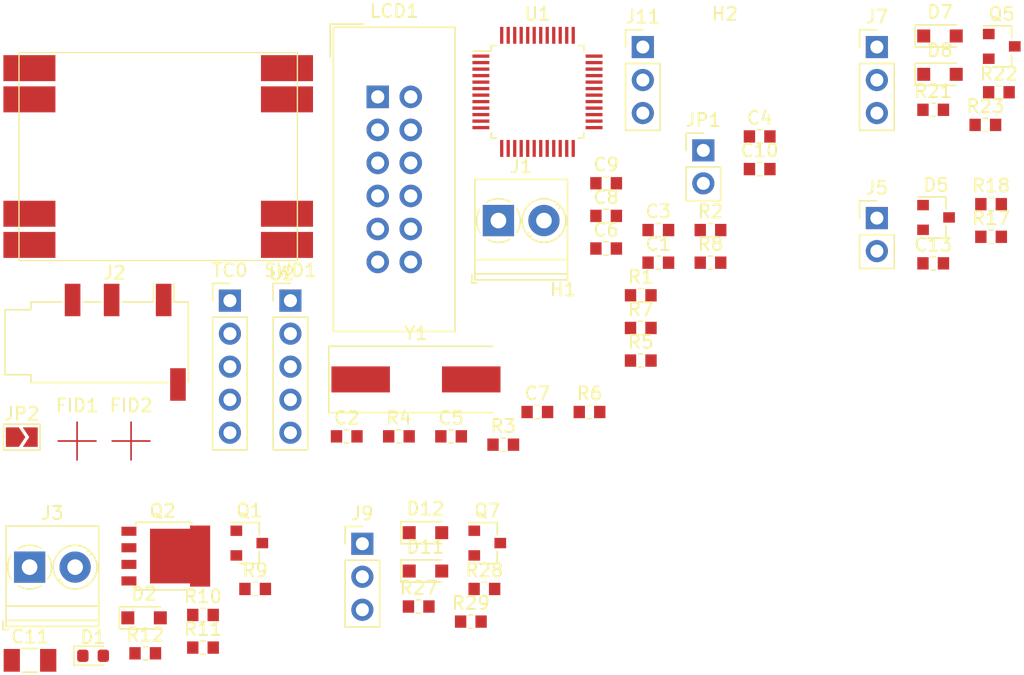
<source format=kicad_pcb>
(kicad_pcb (version 20171130) (host pcbnew 6.0.0-rc1-unknown-6a5744a~66~ubuntu18.04.1)

  (general
    (thickness 1.6)
    (drawings 0)
    (tracks 0)
    (zones 0)
    (modules 62)
    (nets 61)
  )

  (page A4)
  (layers
    (0 F.Cu signal)
    (31 B.Cu signal)
    (32 B.Adhes user)
    (33 F.Adhes user)
    (34 B.Paste user)
    (35 F.Paste user)
    (36 B.SilkS user)
    (37 F.SilkS user)
    (38 B.Mask user)
    (39 F.Mask user)
    (40 Dwgs.User user)
    (41 Cmts.User user)
    (42 Eco1.User user)
    (43 Eco2.User user)
    (44 Edge.Cuts user)
    (45 Margin user)
    (46 B.CrtYd user)
    (47 F.CrtYd user)
    (48 B.Fab user hide)
    (49 F.Fab user hide)
  )

  (setup
    (last_trace_width 0.25)
    (trace_clearance 0.2)
    (zone_clearance 0.508)
    (zone_45_only no)
    (trace_min 0.2)
    (via_size 0.8)
    (via_drill 0.4)
    (via_min_size 0.4)
    (via_min_drill 0.3)
    (uvia_size 0.3)
    (uvia_drill 0.1)
    (uvias_allowed no)
    (uvia_min_size 0.2)
    (uvia_min_drill 0.1)
    (edge_width 0.1)
    (segment_width 0.2)
    (pcb_text_width 0.3)
    (pcb_text_size 1.5 1.5)
    (mod_edge_width 0.15)
    (mod_text_size 1 1)
    (mod_text_width 0.15)
    (pad_size 1.524 1.524)
    (pad_drill 0.762)
    (pad_to_mask_clearance 0)
    (solder_mask_min_width 0.25)
    (aux_axis_origin 0 0)
    (visible_elements FFFFFF7F)
    (pcbplotparams
      (layerselection 0x010fc_ffffffff)
      (usegerberextensions false)
      (usegerberattributes false)
      (usegerberadvancedattributes false)
      (creategerberjobfile false)
      (excludeedgelayer true)
      (linewidth 0.100000)
      (plotframeref false)
      (viasonmask false)
      (mode 1)
      (useauxorigin false)
      (hpglpennumber 1)
      (hpglpenspeed 20)
      (hpglpendiameter 15.000000)
      (psnegative false)
      (psa4output false)
      (plotreference true)
      (plotvalue true)
      (plotinvisibletext false)
      (padsonsilk false)
      (subtractmaskfromsilk false)
      (outputformat 1)
      (mirror false)
      (drillshape 1)
      (scaleselection 1)
      (outputdirectory ""))
  )

  (net 0 "")
  (net 1 /3.3V)
  (net 2 GND)
  (net 3 "Net-(C3-Pad1)")
  (net 4 "Net-(C4-Pad1)")
  (net 5 /~RESET)
  (net 6 /AVREF)
  (net 7 /VIN)
  (net 8 "Net-(C13-Pad1)")
  (net 9 "Net-(D1-Pad1)")
  (net 10 "Net-(D1-Pad2)")
  (net 11 /TEMP0)
  (net 12 "Net-(D7-Pad2)")
  (net 13 "Net-(D8-Pad1)")
  (net 14 /TACH_E0)
  (net 15 "Net-(D11-Pad2)")
  (net 16 "Net-(D12-Pad1)")
  (net 17 /TACH0)
  (net 18 "Net-(J2-PadR2)")
  (net 19 /SCL)
  (net 20 /SDA)
  (net 21 "Net-(J7-Pad3)")
  (net 22 "Net-(J9-Pad3)")
  (net 23 /UART_TX)
  (net 24 /UART_RX)
  (net 25 "Net-(JP1-Pad2)")
  (net 26 /SDA2)
  (net 27 /SCL2)
  (net 28 /MOSI)
  (net 29 /LCD_LED)
  (net 30 /MISO)
  (net 31 /EXT1)
  (net 32 /SPI_CLK)
  (net 33 /EXT2)
  (net 34 /TEMP_EX)
  (net 35 /HEAT0)
  (net 36 "Net-(Q1-Pad3)")
  (net 37 "Net-(Q5-Pad1)")
  (net 38 "Net-(Q7-Pad1)")
  (net 39 "Net-(R3-Pad1)")
  (net 40 "Net-(R4-Pad1)")
  (net 41 /E0_FAN)
  (net 42 /PWM0)
  (net 43 /SWDIO)
  (net 44 /SWCLK)
  (net 45 /~TC0_CS)
  (net 46 /TACH3)
  (net 47 /TACH4)
  (net 48 /TACH5)
  (net 49 /TEMP1)
  (net 50 /~TC1_CS)
  (net 51 /PWM1)
  (net 52 /E1_FAN)
  (net 53 /HEAT1)
  (net 54 /PWM2)
  (net 55 /TACH1)
  (net 56 /PWM3)
  (net 57 /TACH2)
  (net 58 /TACH_E1)
  (net 59 /PWM4)
  (net 60 /PWM5)

  (net_class Default "This is the default net class."
    (clearance 0.2)
    (trace_width 0.25)
    (via_dia 0.8)
    (via_drill 0.4)
    (uvia_dia 0.3)
    (uvia_drill 0.1)
    (add_net /3.3V)
    (add_net /AVREF)
    (add_net /E0_FAN)
    (add_net /E1_FAN)
    (add_net /EXT1)
    (add_net /EXT2)
    (add_net /HEAT0)
    (add_net /HEAT1)
    (add_net /LCD_LED)
    (add_net /MISO)
    (add_net /MOSI)
    (add_net /PWM0)
    (add_net /PWM1)
    (add_net /PWM2)
    (add_net /PWM3)
    (add_net /PWM4)
    (add_net /PWM5)
    (add_net /SCL)
    (add_net /SCL2)
    (add_net /SDA)
    (add_net /SDA2)
    (add_net /SPI_CLK)
    (add_net /SWCLK)
    (add_net /SWDIO)
    (add_net /TACH0)
    (add_net /TACH1)
    (add_net /TACH2)
    (add_net /TACH3)
    (add_net /TACH4)
    (add_net /TACH5)
    (add_net /TACH_E0)
    (add_net /TACH_E1)
    (add_net /TEMP0)
    (add_net /TEMP1)
    (add_net /TEMP_EX)
    (add_net /UART_RX)
    (add_net /UART_TX)
    (add_net /VIN)
    (add_net /~RESET)
    (add_net /~TC0_CS)
    (add_net /~TC1_CS)
    (add_net GND)
    (add_net "Net-(C13-Pad1)")
    (add_net "Net-(C3-Pad1)")
    (add_net "Net-(C4-Pad1)")
    (add_net "Net-(D1-Pad1)")
    (add_net "Net-(D1-Pad2)")
    (add_net "Net-(D11-Pad2)")
    (add_net "Net-(D12-Pad1)")
    (add_net "Net-(D7-Pad2)")
    (add_net "Net-(D8-Pad1)")
    (add_net "Net-(J2-PadR2)")
    (add_net "Net-(J7-Pad3)")
    (add_net "Net-(J9-Pad3)")
    (add_net "Net-(JP1-Pad2)")
    (add_net "Net-(Q1-Pad3)")
    (add_net "Net-(Q5-Pad1)")
    (add_net "Net-(Q7-Pad1)")
    (add_net "Net-(R3-Pad1)")
    (add_net "Net-(R4-Pad1)")
  )

  (module Local:C_0603_1608Metric (layer F.Cu) (tedit 5B707D6A) (tstamp 5BC418E9)
    (at 167.191001 91.694001)
    (descr "Capacitor SMD 0603 (1608 Metric), square (rectangular) end terminal, IPC_7351 nominal, (Body size source: http://www.tortai-tech.com/upload/download/2011102023233369053.pdf), generated with kicad-footprint-generator")
    (tags capacitor)
    (path /5BC2AC8A)
    (attr smd)
    (fp_text reference C1 (at 0 -1.43) (layer F.SilkS)
      (effects (font (size 1 1) (thickness 0.15)))
    )
    (fp_text value 10uF (at 0 1.43) (layer F.Fab)
      (effects (font (size 1 1) (thickness 0.15)))
    )
    (fp_line (start -0.8 0.4) (end -0.8 -0.4) (layer F.Fab) (width 0.1))
    (fp_line (start -0.8 -0.4) (end 0.8 -0.4) (layer F.Fab) (width 0.1))
    (fp_line (start 0.8 -0.4) (end 0.8 0.4) (layer F.Fab) (width 0.1))
    (fp_line (start 0.8 0.4) (end -0.8 0.4) (layer F.Fab) (width 0.1))
    (fp_line (start -0.162779 -0.51) (end 0.162779 -0.51) (layer F.SilkS) (width 0.12))
    (fp_line (start -0.162779 0.51) (end 0.162779 0.51) (layer F.SilkS) (width 0.12))
    (fp_line (start -1.48 0.73) (end -1.48 -0.73) (layer F.CrtYd) (width 0.05))
    (fp_line (start -1.48 -0.73) (end 1.48 -0.73) (layer F.CrtYd) (width 0.05))
    (fp_line (start 1.48 -0.73) (end 1.48 0.73) (layer F.CrtYd) (width 0.05))
    (fp_line (start 1.48 0.73) (end -1.48 0.73) (layer F.CrtYd) (width 0.05))
    (fp_text user %R (at 0 0) (layer F.Fab)
      (effects (font (size 0.4 0.4) (thickness 0.06)))
    )
    (pad 1 smd rect (at -0.7875 0) (size 0.875 0.95) (layers F.Cu F.Paste F.Mask)
      (net 1 /3.3V))
    (pad 2 smd rect (at 0.7875 0) (size 0.875 0.95) (layers F.Cu F.Paste F.Mask)
      (net 2 GND))
    (model ${KISYS3DMOD}/Capacitor_SMD.3dshapes/C_0603_1608Metric.wrl
      (at (xyz 0 0 0))
      (scale (xyz 1 1 1))
      (rotate (xyz 0 0 0))
    )
  )

  (module Local:C_0603_1608Metric (layer F.Cu) (tedit 5B707D6A) (tstamp 5BC418FA)
    (at 143.241001 105.054001)
    (descr "Capacitor SMD 0603 (1608 Metric), square (rectangular) end terminal, IPC_7351 nominal, (Body size source: http://www.tortai-tech.com/upload/download/2011102023233369053.pdf), generated with kicad-footprint-generator")
    (tags capacitor)
    (path /5BC281D5)
    (attr smd)
    (fp_text reference C2 (at 0 -1.43) (layer F.SilkS)
      (effects (font (size 1 1) (thickness 0.15)))
    )
    (fp_text value 100nF (at 0 1.43) (layer F.Fab)
      (effects (font (size 1 1) (thickness 0.15)))
    )
    (fp_text user %R (at 0 0) (layer F.Fab)
      (effects (font (size 0.4 0.4) (thickness 0.06)))
    )
    (fp_line (start 1.48 0.73) (end -1.48 0.73) (layer F.CrtYd) (width 0.05))
    (fp_line (start 1.48 -0.73) (end 1.48 0.73) (layer F.CrtYd) (width 0.05))
    (fp_line (start -1.48 -0.73) (end 1.48 -0.73) (layer F.CrtYd) (width 0.05))
    (fp_line (start -1.48 0.73) (end -1.48 -0.73) (layer F.CrtYd) (width 0.05))
    (fp_line (start -0.162779 0.51) (end 0.162779 0.51) (layer F.SilkS) (width 0.12))
    (fp_line (start -0.162779 -0.51) (end 0.162779 -0.51) (layer F.SilkS) (width 0.12))
    (fp_line (start 0.8 0.4) (end -0.8 0.4) (layer F.Fab) (width 0.1))
    (fp_line (start 0.8 -0.4) (end 0.8 0.4) (layer F.Fab) (width 0.1))
    (fp_line (start -0.8 -0.4) (end 0.8 -0.4) (layer F.Fab) (width 0.1))
    (fp_line (start -0.8 0.4) (end -0.8 -0.4) (layer F.Fab) (width 0.1))
    (pad 2 smd rect (at 0.7875 0) (size 0.875 0.95) (layers F.Cu F.Paste F.Mask)
      (net 2 GND))
    (pad 1 smd rect (at -0.7875 0) (size 0.875 0.95) (layers F.Cu F.Paste F.Mask)
      (net 1 /3.3V))
    (model ${KISYS3DMOD}/Capacitor_SMD.3dshapes/C_0603_1608Metric.wrl
      (at (xyz 0 0 0))
      (scale (xyz 1 1 1))
      (rotate (xyz 0 0 0))
    )
  )

  (module Local:C_0603_1608Metric (layer F.Cu) (tedit 5B707D6A) (tstamp 5BC4190B)
    (at 167.191001 89.184001)
    (descr "Capacitor SMD 0603 (1608 Metric), square (rectangular) end terminal, IPC_7351 nominal, (Body size source: http://www.tortai-tech.com/upload/download/2011102023233369053.pdf), generated with kicad-footprint-generator")
    (tags capacitor)
    (path /5BC403F8)
    (attr smd)
    (fp_text reference C3 (at 0 -1.43) (layer F.SilkS)
      (effects (font (size 1 1) (thickness 0.15)))
    )
    (fp_text value 20pF (at 0 1.43) (layer F.Fab)
      (effects (font (size 1 1) (thickness 0.15)))
    )
    (fp_line (start -0.8 0.4) (end -0.8 -0.4) (layer F.Fab) (width 0.1))
    (fp_line (start -0.8 -0.4) (end 0.8 -0.4) (layer F.Fab) (width 0.1))
    (fp_line (start 0.8 -0.4) (end 0.8 0.4) (layer F.Fab) (width 0.1))
    (fp_line (start 0.8 0.4) (end -0.8 0.4) (layer F.Fab) (width 0.1))
    (fp_line (start -0.162779 -0.51) (end 0.162779 -0.51) (layer F.SilkS) (width 0.12))
    (fp_line (start -0.162779 0.51) (end 0.162779 0.51) (layer F.SilkS) (width 0.12))
    (fp_line (start -1.48 0.73) (end -1.48 -0.73) (layer F.CrtYd) (width 0.05))
    (fp_line (start -1.48 -0.73) (end 1.48 -0.73) (layer F.CrtYd) (width 0.05))
    (fp_line (start 1.48 -0.73) (end 1.48 0.73) (layer F.CrtYd) (width 0.05))
    (fp_line (start 1.48 0.73) (end -1.48 0.73) (layer F.CrtYd) (width 0.05))
    (fp_text user %R (at 0 0) (layer F.Fab)
      (effects (font (size 0.4 0.4) (thickness 0.06)))
    )
    (pad 1 smd rect (at -0.7875 0) (size 0.875 0.95) (layers F.Cu F.Paste F.Mask)
      (net 3 "Net-(C3-Pad1)"))
    (pad 2 smd rect (at 0.7875 0) (size 0.875 0.95) (layers F.Cu F.Paste F.Mask)
      (net 2 GND))
    (model ${KISYS3DMOD}/Capacitor_SMD.3dshapes/C_0603_1608Metric.wrl
      (at (xyz 0 0 0))
      (scale (xyz 1 1 1))
      (rotate (xyz 0 0 0))
    )
  )

  (module Local:C_0603_1608Metric (layer F.Cu) (tedit 5B707D6A) (tstamp 5BC4191C)
    (at 174.981001 81.984001)
    (descr "Capacitor SMD 0603 (1608 Metric), square (rectangular) end terminal, IPC_7351 nominal, (Body size source: http://www.tortai-tech.com/upload/download/2011102023233369053.pdf), generated with kicad-footprint-generator")
    (tags capacitor)
    (path /5BC433C7)
    (attr smd)
    (fp_text reference C4 (at 0 -1.43) (layer F.SilkS)
      (effects (font (size 1 1) (thickness 0.15)))
    )
    (fp_text value 20pF (at 0 1.43) (layer F.Fab)
      (effects (font (size 1 1) (thickness 0.15)))
    )
    (fp_text user %R (at 0 0) (layer F.Fab)
      (effects (font (size 0.4 0.4) (thickness 0.06)))
    )
    (fp_line (start 1.48 0.73) (end -1.48 0.73) (layer F.CrtYd) (width 0.05))
    (fp_line (start 1.48 -0.73) (end 1.48 0.73) (layer F.CrtYd) (width 0.05))
    (fp_line (start -1.48 -0.73) (end 1.48 -0.73) (layer F.CrtYd) (width 0.05))
    (fp_line (start -1.48 0.73) (end -1.48 -0.73) (layer F.CrtYd) (width 0.05))
    (fp_line (start -0.162779 0.51) (end 0.162779 0.51) (layer F.SilkS) (width 0.12))
    (fp_line (start -0.162779 -0.51) (end 0.162779 -0.51) (layer F.SilkS) (width 0.12))
    (fp_line (start 0.8 0.4) (end -0.8 0.4) (layer F.Fab) (width 0.1))
    (fp_line (start 0.8 -0.4) (end 0.8 0.4) (layer F.Fab) (width 0.1))
    (fp_line (start -0.8 -0.4) (end 0.8 -0.4) (layer F.Fab) (width 0.1))
    (fp_line (start -0.8 0.4) (end -0.8 -0.4) (layer F.Fab) (width 0.1))
    (pad 2 smd rect (at 0.7875 0) (size 0.875 0.95) (layers F.Cu F.Paste F.Mask)
      (net 2 GND))
    (pad 1 smd rect (at -0.7875 0) (size 0.875 0.95) (layers F.Cu F.Paste F.Mask)
      (net 4 "Net-(C4-Pad1)"))
    (model ${KISYS3DMOD}/Capacitor_SMD.3dshapes/C_0603_1608Metric.wrl
      (at (xyz 0 0 0))
      (scale (xyz 1 1 1))
      (rotate (xyz 0 0 0))
    )
  )

  (module Local:C_0603_1608Metric (layer F.Cu) (tedit 5B707D6A) (tstamp 5BC4192D)
    (at 151.261001 105.054001)
    (descr "Capacitor SMD 0603 (1608 Metric), square (rectangular) end terminal, IPC_7351 nominal, (Body size source: http://www.tortai-tech.com/upload/download/2011102023233369053.pdf), generated with kicad-footprint-generator")
    (tags capacitor)
    (path /5BC295C7)
    (attr smd)
    (fp_text reference C5 (at 0 -1.43) (layer F.SilkS)
      (effects (font (size 1 1) (thickness 0.15)))
    )
    (fp_text value 100nF (at 0 1.43) (layer F.Fab)
      (effects (font (size 1 1) (thickness 0.15)))
    )
    (fp_line (start -0.8 0.4) (end -0.8 -0.4) (layer F.Fab) (width 0.1))
    (fp_line (start -0.8 -0.4) (end 0.8 -0.4) (layer F.Fab) (width 0.1))
    (fp_line (start 0.8 -0.4) (end 0.8 0.4) (layer F.Fab) (width 0.1))
    (fp_line (start 0.8 0.4) (end -0.8 0.4) (layer F.Fab) (width 0.1))
    (fp_line (start -0.162779 -0.51) (end 0.162779 -0.51) (layer F.SilkS) (width 0.12))
    (fp_line (start -0.162779 0.51) (end 0.162779 0.51) (layer F.SilkS) (width 0.12))
    (fp_line (start -1.48 0.73) (end -1.48 -0.73) (layer F.CrtYd) (width 0.05))
    (fp_line (start -1.48 -0.73) (end 1.48 -0.73) (layer F.CrtYd) (width 0.05))
    (fp_line (start 1.48 -0.73) (end 1.48 0.73) (layer F.CrtYd) (width 0.05))
    (fp_line (start 1.48 0.73) (end -1.48 0.73) (layer F.CrtYd) (width 0.05))
    (fp_text user %R (at 0 0) (layer F.Fab)
      (effects (font (size 0.4 0.4) (thickness 0.06)))
    )
    (pad 1 smd rect (at -0.7875 0) (size 0.875 0.95) (layers F.Cu F.Paste F.Mask)
      (net 1 /3.3V))
    (pad 2 smd rect (at 0.7875 0) (size 0.875 0.95) (layers F.Cu F.Paste F.Mask)
      (net 2 GND))
    (model ${KISYS3DMOD}/Capacitor_SMD.3dshapes/C_0603_1608Metric.wrl
      (at (xyz 0 0 0))
      (scale (xyz 1 1 1))
      (rotate (xyz 0 0 0))
    )
  )

  (module Local:C_0603_1608Metric (layer F.Cu) (tedit 5B707D6A) (tstamp 5BC4193E)
    (at 163.181001 90.604001)
    (descr "Capacitor SMD 0603 (1608 Metric), square (rectangular) end terminal, IPC_7351 nominal, (Body size source: http://www.tortai-tech.com/upload/download/2011102023233369053.pdf), generated with kicad-footprint-generator")
    (tags capacitor)
    (path /5BC2A420)
    (attr smd)
    (fp_text reference C6 (at 0 -1.43) (layer F.SilkS)
      (effects (font (size 1 1) (thickness 0.15)))
    )
    (fp_text value 100nF (at 0 1.43) (layer F.Fab)
      (effects (font (size 1 1) (thickness 0.15)))
    )
    (fp_text user %R (at 0 0) (layer F.Fab)
      (effects (font (size 0.4 0.4) (thickness 0.06)))
    )
    (fp_line (start 1.48 0.73) (end -1.48 0.73) (layer F.CrtYd) (width 0.05))
    (fp_line (start 1.48 -0.73) (end 1.48 0.73) (layer F.CrtYd) (width 0.05))
    (fp_line (start -1.48 -0.73) (end 1.48 -0.73) (layer F.CrtYd) (width 0.05))
    (fp_line (start -1.48 0.73) (end -1.48 -0.73) (layer F.CrtYd) (width 0.05))
    (fp_line (start -0.162779 0.51) (end 0.162779 0.51) (layer F.SilkS) (width 0.12))
    (fp_line (start -0.162779 -0.51) (end 0.162779 -0.51) (layer F.SilkS) (width 0.12))
    (fp_line (start 0.8 0.4) (end -0.8 0.4) (layer F.Fab) (width 0.1))
    (fp_line (start 0.8 -0.4) (end 0.8 0.4) (layer F.Fab) (width 0.1))
    (fp_line (start -0.8 -0.4) (end 0.8 -0.4) (layer F.Fab) (width 0.1))
    (fp_line (start -0.8 0.4) (end -0.8 -0.4) (layer F.Fab) (width 0.1))
    (pad 2 smd rect (at 0.7875 0) (size 0.875 0.95) (layers F.Cu F.Paste F.Mask)
      (net 2 GND))
    (pad 1 smd rect (at -0.7875 0) (size 0.875 0.95) (layers F.Cu F.Paste F.Mask)
      (net 1 /3.3V))
    (model ${KISYS3DMOD}/Capacitor_SMD.3dshapes/C_0603_1608Metric.wrl
      (at (xyz 0 0 0))
      (scale (xyz 1 1 1))
      (rotate (xyz 0 0 0))
    )
  )

  (module Local:C_0603_1608Metric (layer F.Cu) (tedit 5B707D6A) (tstamp 5BC4194F)
    (at 157.891001 103.184001)
    (descr "Capacitor SMD 0603 (1608 Metric), square (rectangular) end terminal, IPC_7351 nominal, (Body size source: http://www.tortai-tech.com/upload/download/2011102023233369053.pdf), generated with kicad-footprint-generator")
    (tags capacitor)
    (path /5BC20B2C)
    (attr smd)
    (fp_text reference C7 (at 0 -1.43) (layer F.SilkS)
      (effects (font (size 1 1) (thickness 0.15)))
    )
    (fp_text value 100nF (at 0 1.43) (layer F.Fab)
      (effects (font (size 1 1) (thickness 0.15)))
    )
    (fp_line (start -0.8 0.4) (end -0.8 -0.4) (layer F.Fab) (width 0.1))
    (fp_line (start -0.8 -0.4) (end 0.8 -0.4) (layer F.Fab) (width 0.1))
    (fp_line (start 0.8 -0.4) (end 0.8 0.4) (layer F.Fab) (width 0.1))
    (fp_line (start 0.8 0.4) (end -0.8 0.4) (layer F.Fab) (width 0.1))
    (fp_line (start -0.162779 -0.51) (end 0.162779 -0.51) (layer F.SilkS) (width 0.12))
    (fp_line (start -0.162779 0.51) (end 0.162779 0.51) (layer F.SilkS) (width 0.12))
    (fp_line (start -1.48 0.73) (end -1.48 -0.73) (layer F.CrtYd) (width 0.05))
    (fp_line (start -1.48 -0.73) (end 1.48 -0.73) (layer F.CrtYd) (width 0.05))
    (fp_line (start 1.48 -0.73) (end 1.48 0.73) (layer F.CrtYd) (width 0.05))
    (fp_line (start 1.48 0.73) (end -1.48 0.73) (layer F.CrtYd) (width 0.05))
    (fp_text user %R (at 0 0) (layer F.Fab)
      (effects (font (size 0.4 0.4) (thickness 0.06)))
    )
    (pad 1 smd rect (at -0.7875 0) (size 0.875 0.95) (layers F.Cu F.Paste F.Mask)
      (net 5 /~RESET))
    (pad 2 smd rect (at 0.7875 0) (size 0.875 0.95) (layers F.Cu F.Paste F.Mask)
      (net 2 GND))
    (model ${KISYS3DMOD}/Capacitor_SMD.3dshapes/C_0603_1608Metric.wrl
      (at (xyz 0 0 0))
      (scale (xyz 1 1 1))
      (rotate (xyz 0 0 0))
    )
  )

  (module Local:C_0603_1608Metric (layer F.Cu) (tedit 5B707D6A) (tstamp 5BC41960)
    (at 163.181001 88.094001)
    (descr "Capacitor SMD 0603 (1608 Metric), square (rectangular) end terminal, IPC_7351 nominal, (Body size source: http://www.tortai-tech.com/upload/download/2011102023233369053.pdf), generated with kicad-footprint-generator")
    (tags capacitor)
    (path /5C019A4C)
    (attr smd)
    (fp_text reference C8 (at 0 -1.43) (layer F.SilkS)
      (effects (font (size 1 1) (thickness 0.15)))
    )
    (fp_text value 1uF (at 0 1.43) (layer F.Fab)
      (effects (font (size 1 1) (thickness 0.15)))
    )
    (fp_text user %R (at 0 0) (layer F.Fab)
      (effects (font (size 0.4 0.4) (thickness 0.06)))
    )
    (fp_line (start 1.48 0.73) (end -1.48 0.73) (layer F.CrtYd) (width 0.05))
    (fp_line (start 1.48 -0.73) (end 1.48 0.73) (layer F.CrtYd) (width 0.05))
    (fp_line (start -1.48 -0.73) (end 1.48 -0.73) (layer F.CrtYd) (width 0.05))
    (fp_line (start -1.48 0.73) (end -1.48 -0.73) (layer F.CrtYd) (width 0.05))
    (fp_line (start -0.162779 0.51) (end 0.162779 0.51) (layer F.SilkS) (width 0.12))
    (fp_line (start -0.162779 -0.51) (end 0.162779 -0.51) (layer F.SilkS) (width 0.12))
    (fp_line (start 0.8 0.4) (end -0.8 0.4) (layer F.Fab) (width 0.1))
    (fp_line (start 0.8 -0.4) (end 0.8 0.4) (layer F.Fab) (width 0.1))
    (fp_line (start -0.8 -0.4) (end 0.8 -0.4) (layer F.Fab) (width 0.1))
    (fp_line (start -0.8 0.4) (end -0.8 -0.4) (layer F.Fab) (width 0.1))
    (pad 2 smd rect (at 0.7875 0) (size 0.875 0.95) (layers F.Cu F.Paste F.Mask)
      (net 2 GND))
    (pad 1 smd rect (at -0.7875 0) (size 0.875 0.95) (layers F.Cu F.Paste F.Mask)
      (net 1 /3.3V))
    (model ${KISYS3DMOD}/Capacitor_SMD.3dshapes/C_0603_1608Metric.wrl
      (at (xyz 0 0 0))
      (scale (xyz 1 1 1))
      (rotate (xyz 0 0 0))
    )
  )

  (module Local:C_0603_1608Metric (layer F.Cu) (tedit 5B707D6A) (tstamp 5BC41971)
    (at 163.181001 85.584001)
    (descr "Capacitor SMD 0603 (1608 Metric), square (rectangular) end terminal, IPC_7351 nominal, (Body size source: http://www.tortai-tech.com/upload/download/2011102023233369053.pdf), generated with kicad-footprint-generator")
    (tags capacitor)
    (path /5BC1B2E1)
    (attr smd)
    (fp_text reference C9 (at 0 -1.43) (layer F.SilkS)
      (effects (font (size 1 1) (thickness 0.15)))
    )
    (fp_text value 1uF (at 0 1.43) (layer F.Fab)
      (effects (font (size 1 1) (thickness 0.15)))
    )
    (fp_text user %R (at 0 0) (layer F.Fab)
      (effects (font (size 0.4 0.4) (thickness 0.06)))
    )
    (fp_line (start 1.48 0.73) (end -1.48 0.73) (layer F.CrtYd) (width 0.05))
    (fp_line (start 1.48 -0.73) (end 1.48 0.73) (layer F.CrtYd) (width 0.05))
    (fp_line (start -1.48 -0.73) (end 1.48 -0.73) (layer F.CrtYd) (width 0.05))
    (fp_line (start -1.48 0.73) (end -1.48 -0.73) (layer F.CrtYd) (width 0.05))
    (fp_line (start -0.162779 0.51) (end 0.162779 0.51) (layer F.SilkS) (width 0.12))
    (fp_line (start -0.162779 -0.51) (end 0.162779 -0.51) (layer F.SilkS) (width 0.12))
    (fp_line (start 0.8 0.4) (end -0.8 0.4) (layer F.Fab) (width 0.1))
    (fp_line (start 0.8 -0.4) (end 0.8 0.4) (layer F.Fab) (width 0.1))
    (fp_line (start -0.8 -0.4) (end 0.8 -0.4) (layer F.Fab) (width 0.1))
    (fp_line (start -0.8 0.4) (end -0.8 -0.4) (layer F.Fab) (width 0.1))
    (pad 2 smd rect (at 0.7875 0) (size 0.875 0.95) (layers F.Cu F.Paste F.Mask)
      (net 2 GND))
    (pad 1 smd rect (at -0.7875 0) (size 0.875 0.95) (layers F.Cu F.Paste F.Mask)
      (net 6 /AVREF))
    (model ${KISYS3DMOD}/Capacitor_SMD.3dshapes/C_0603_1608Metric.wrl
      (at (xyz 0 0 0))
      (scale (xyz 1 1 1))
      (rotate (xyz 0 0 0))
    )
  )

  (module Local:C_0603_1608Metric (layer F.Cu) (tedit 5B707D6A) (tstamp 5BC41982)
    (at 174.981001 84.494001)
    (descr "Capacitor SMD 0603 (1608 Metric), square (rectangular) end terminal, IPC_7351 nominal, (Body size source: http://www.tortai-tech.com/upload/download/2011102023233369053.pdf), generated with kicad-footprint-generator")
    (tags capacitor)
    (path /5BC1BF03)
    (attr smd)
    (fp_text reference C10 (at 0 -1.43) (layer F.SilkS)
      (effects (font (size 1 1) (thickness 0.15)))
    )
    (fp_text value 10nF (at 0 1.43) (layer F.Fab)
      (effects (font (size 1 1) (thickness 0.15)))
    )
    (fp_line (start -0.8 0.4) (end -0.8 -0.4) (layer F.Fab) (width 0.1))
    (fp_line (start -0.8 -0.4) (end 0.8 -0.4) (layer F.Fab) (width 0.1))
    (fp_line (start 0.8 -0.4) (end 0.8 0.4) (layer F.Fab) (width 0.1))
    (fp_line (start 0.8 0.4) (end -0.8 0.4) (layer F.Fab) (width 0.1))
    (fp_line (start -0.162779 -0.51) (end 0.162779 -0.51) (layer F.SilkS) (width 0.12))
    (fp_line (start -0.162779 0.51) (end 0.162779 0.51) (layer F.SilkS) (width 0.12))
    (fp_line (start -1.48 0.73) (end -1.48 -0.73) (layer F.CrtYd) (width 0.05))
    (fp_line (start -1.48 -0.73) (end 1.48 -0.73) (layer F.CrtYd) (width 0.05))
    (fp_line (start 1.48 -0.73) (end 1.48 0.73) (layer F.CrtYd) (width 0.05))
    (fp_line (start 1.48 0.73) (end -1.48 0.73) (layer F.CrtYd) (width 0.05))
    (fp_text user %R (at 0 0) (layer F.Fab)
      (effects (font (size 0.4 0.4) (thickness 0.06)))
    )
    (pad 1 smd rect (at -0.7875 0) (size 0.875 0.95) (layers F.Cu F.Paste F.Mask)
      (net 6 /AVREF))
    (pad 2 smd rect (at 0.7875 0) (size 0.875 0.95) (layers F.Cu F.Paste F.Mask)
      (net 2 GND))
    (model ${KISYS3DMOD}/Capacitor_SMD.3dshapes/C_0603_1608Metric.wrl
      (at (xyz 0 0 0))
      (scale (xyz 1 1 1))
      (rotate (xyz 0 0 0))
    )
  )

  (module Local:C_1206_3216Metric (layer F.Cu) (tedit 5B707D80) (tstamp 5BC41993)
    (at 118.891001 122.284001)
    (descr "Capacitor SMD 1206 (3216 Metric), square (rectangular) end terminal, IPC_7351 nominal, (Body size source: http://www.tortai-tech.com/upload/download/2011102023233369053.pdf), generated with kicad-footprint-generator")
    (tags capacitor)
    (path /5BBB311C/5BBB3527)
    (attr smd)
    (fp_text reference C11 (at 0 -1.82) (layer F.SilkS)
      (effects (font (size 1 1) (thickness 0.15)))
    )
    (fp_text value "10uF 50V" (at 0 1.82) (layer F.Fab)
      (effects (font (size 1 1) (thickness 0.15)))
    )
    (fp_text user %R (at 0 0) (layer F.Fab)
      (effects (font (size 0.8 0.8) (thickness 0.12)))
    )
    (fp_line (start 2.28 1.12) (end -2.28 1.12) (layer F.CrtYd) (width 0.05))
    (fp_line (start 2.28 -1.12) (end 2.28 1.12) (layer F.CrtYd) (width 0.05))
    (fp_line (start -2.28 -1.12) (end 2.28 -1.12) (layer F.CrtYd) (width 0.05))
    (fp_line (start -2.28 1.12) (end -2.28 -1.12) (layer F.CrtYd) (width 0.05))
    (fp_line (start -0.602064 0.91) (end 0.602064 0.91) (layer F.SilkS) (width 0.12))
    (fp_line (start -0.602064 -0.91) (end 0.602064 -0.91) (layer F.SilkS) (width 0.12))
    (fp_line (start 1.6 0.8) (end -1.6 0.8) (layer F.Fab) (width 0.1))
    (fp_line (start 1.6 -0.8) (end 1.6 0.8) (layer F.Fab) (width 0.1))
    (fp_line (start -1.6 -0.8) (end 1.6 -0.8) (layer F.Fab) (width 0.1))
    (fp_line (start -1.6 0.8) (end -1.6 -0.8) (layer F.Fab) (width 0.1))
    (pad 2 smd rect (at 1.4 0) (size 1.25 1.75) (layers F.Cu F.Paste F.Mask)
      (net 2 GND))
    (pad 1 smd rect (at -1.4 0) (size 1.25 1.75) (layers F.Cu F.Paste F.Mask)
      (net 7 /VIN))
    (model ${KISYS3DMOD}/Capacitor_SMD.3dshapes/C_1206_3216Metric.wrl
      (at (xyz 0 0 0))
      (scale (xyz 1 1 1))
      (rotate (xyz 0 0 0))
    )
  )

  (module Local:C_0603_1608Metric (layer F.Cu) (tedit 5B707D6A) (tstamp 5BC419A4)
    (at 188.321001 91.744001)
    (descr "Capacitor SMD 0603 (1608 Metric), square (rectangular) end terminal, IPC_7351 nominal, (Body size source: http://www.tortai-tech.com/upload/download/2011102023233369053.pdf), generated with kicad-footprint-generator")
    (tags capacitor)
    (path /5BBB446C/5BBB4655)
    (attr smd)
    (fp_text reference C13 (at 0 -1.43) (layer F.SilkS)
      (effects (font (size 1 1) (thickness 0.15)))
    )
    (fp_text value 1uF (at 0 1.43) (layer F.Fab)
      (effects (font (size 1 1) (thickness 0.15)))
    )
    (fp_text user %R (at 0 0) (layer F.Fab)
      (effects (font (size 0.4 0.4) (thickness 0.06)))
    )
    (fp_line (start 1.48 0.73) (end -1.48 0.73) (layer F.CrtYd) (width 0.05))
    (fp_line (start 1.48 -0.73) (end 1.48 0.73) (layer F.CrtYd) (width 0.05))
    (fp_line (start -1.48 -0.73) (end 1.48 -0.73) (layer F.CrtYd) (width 0.05))
    (fp_line (start -1.48 0.73) (end -1.48 -0.73) (layer F.CrtYd) (width 0.05))
    (fp_line (start -0.162779 0.51) (end 0.162779 0.51) (layer F.SilkS) (width 0.12))
    (fp_line (start -0.162779 -0.51) (end 0.162779 -0.51) (layer F.SilkS) (width 0.12))
    (fp_line (start 0.8 0.4) (end -0.8 0.4) (layer F.Fab) (width 0.1))
    (fp_line (start 0.8 -0.4) (end 0.8 0.4) (layer F.Fab) (width 0.1))
    (fp_line (start -0.8 -0.4) (end 0.8 -0.4) (layer F.Fab) (width 0.1))
    (fp_line (start -0.8 0.4) (end -0.8 -0.4) (layer F.Fab) (width 0.1))
    (pad 2 smd rect (at 0.7875 0) (size 0.875 0.95) (layers F.Cu F.Paste F.Mask)
      (net 2 GND))
    (pad 1 smd rect (at -0.7875 0) (size 0.875 0.95) (layers F.Cu F.Paste F.Mask)
      (net 8 "Net-(C13-Pad1)"))
    (model ${KISYS3DMOD}/Capacitor_SMD.3dshapes/C_0603_1608Metric.wrl
      (at (xyz 0 0 0))
      (scale (xyz 1 1 1))
      (rotate (xyz 0 0 0))
    )
  )

  (module Diode_SMD:D_0603_1608Metric (layer F.Cu) (tedit 5B301BBE) (tstamp 5BC419B7)
    (at 123.741001 121.934001)
    (descr "Diode SMD 0603 (1608 Metric), square (rectangular) end terminal, IPC_7351 nominal, (Body size source: http://www.tortai-tech.com/upload/download/2011102023233369053.pdf), generated with kicad-footprint-generator")
    (tags diode)
    (path /5BBB311C/5BBB3519)
    (attr smd)
    (fp_text reference D1 (at 0 -1.43) (layer F.SilkS)
      (effects (font (size 1 1) (thickness 0.15)))
    )
    (fp_text value RED (at 0 1.43) (layer F.Fab)
      (effects (font (size 1 1) (thickness 0.15)))
    )
    (fp_line (start 0.8 -0.4) (end -0.5 -0.4) (layer F.Fab) (width 0.1))
    (fp_line (start -0.5 -0.4) (end -0.8 -0.1) (layer F.Fab) (width 0.1))
    (fp_line (start -0.8 -0.1) (end -0.8 0.4) (layer F.Fab) (width 0.1))
    (fp_line (start -0.8 0.4) (end 0.8 0.4) (layer F.Fab) (width 0.1))
    (fp_line (start 0.8 0.4) (end 0.8 -0.4) (layer F.Fab) (width 0.1))
    (fp_line (start 0.8 -0.735) (end -1.485 -0.735) (layer F.SilkS) (width 0.12))
    (fp_line (start -1.485 -0.735) (end -1.485 0.735) (layer F.SilkS) (width 0.12))
    (fp_line (start -1.485 0.735) (end 0.8 0.735) (layer F.SilkS) (width 0.12))
    (fp_line (start -1.48 0.73) (end -1.48 -0.73) (layer F.CrtYd) (width 0.05))
    (fp_line (start -1.48 -0.73) (end 1.48 -0.73) (layer F.CrtYd) (width 0.05))
    (fp_line (start 1.48 -0.73) (end 1.48 0.73) (layer F.CrtYd) (width 0.05))
    (fp_line (start 1.48 0.73) (end -1.48 0.73) (layer F.CrtYd) (width 0.05))
    (fp_text user %R (at 0 0) (layer F.Fab)
      (effects (font (size 0.4 0.4) (thickness 0.06)))
    )
    (pad 1 smd roundrect (at -0.7875 0) (size 0.875 0.95) (layers F.Cu F.Paste F.Mask) (roundrect_rratio 0.25)
      (net 9 "Net-(D1-Pad1)"))
    (pad 2 smd roundrect (at 0.7875 0) (size 0.875 0.95) (layers F.Cu F.Paste F.Mask) (roundrect_rratio 0.25)
      (net 10 "Net-(D1-Pad2)"))
    (model ${KISYS3DMOD}/Diode_SMD.3dshapes/D_0603_1608Metric.wrl
      (at (xyz 0 0 0))
      (scale (xyz 1 1 1))
      (rotate (xyz 0 0 0))
    )
  )

  (module Diode_SMD:D_SOD-323_HandSoldering (layer F.Cu) (tedit 58641869) (tstamp 5BC419CF)
    (at 127.661001 119.014001)
    (descr SOD-323)
    (tags SOD-323)
    (path /5BBB311C/5BBB3520)
    (attr smd)
    (fp_text reference D2 (at 0 -1.85) (layer F.SilkS)
      (effects (font (size 1 1) (thickness 0.15)))
    )
    (fp_text value 1N4148 (at 0.1 1.9) (layer F.Fab)
      (effects (font (size 1 1) (thickness 0.15)))
    )
    (fp_text user %R (at 0 -1.85) (layer F.Fab)
      (effects (font (size 1 1) (thickness 0.15)))
    )
    (fp_line (start -1.9 -0.85) (end -1.9 0.85) (layer F.SilkS) (width 0.12))
    (fp_line (start 0.2 0) (end 0.45 0) (layer F.Fab) (width 0.1))
    (fp_line (start 0.2 0.35) (end -0.3 0) (layer F.Fab) (width 0.1))
    (fp_line (start 0.2 -0.35) (end 0.2 0.35) (layer F.Fab) (width 0.1))
    (fp_line (start -0.3 0) (end 0.2 -0.35) (layer F.Fab) (width 0.1))
    (fp_line (start -0.3 0) (end -0.5 0) (layer F.Fab) (width 0.1))
    (fp_line (start -0.3 -0.35) (end -0.3 0.35) (layer F.Fab) (width 0.1))
    (fp_line (start -0.9 0.7) (end -0.9 -0.7) (layer F.Fab) (width 0.1))
    (fp_line (start 0.9 0.7) (end -0.9 0.7) (layer F.Fab) (width 0.1))
    (fp_line (start 0.9 -0.7) (end 0.9 0.7) (layer F.Fab) (width 0.1))
    (fp_line (start -0.9 -0.7) (end 0.9 -0.7) (layer F.Fab) (width 0.1))
    (fp_line (start -2 -0.95) (end 2 -0.95) (layer F.CrtYd) (width 0.05))
    (fp_line (start 2 -0.95) (end 2 0.95) (layer F.CrtYd) (width 0.05))
    (fp_line (start -2 0.95) (end 2 0.95) (layer F.CrtYd) (width 0.05))
    (fp_line (start -2 -0.95) (end -2 0.95) (layer F.CrtYd) (width 0.05))
    (fp_line (start -1.9 0.85) (end 1.25 0.85) (layer F.SilkS) (width 0.12))
    (fp_line (start -1.9 -0.85) (end 1.25 -0.85) (layer F.SilkS) (width 0.12))
    (pad 1 smd rect (at -1.25 0) (size 1 1) (layers F.Cu F.Paste F.Mask)
      (net 7 /VIN))
    (pad 2 smd rect (at 1.25 0) (size 1 1) (layers F.Cu F.Paste F.Mask)
      (net 9 "Net-(D1-Pad1)"))
    (model ${KISYS3DMOD}/Diode_SMD.3dshapes/D_SOD-323.wrl
      (at (xyz 0 0 0))
      (scale (xyz 1 1 1))
      (rotate (xyz 0 0 0))
    )
  )

  (module Package_TO_SOT_SMD:SOT-23 (layer F.Cu) (tedit 5A02FF57) (tstamp 5BC419E4)
    (at 188.541001 88.214001)
    (descr "SOT-23, Standard")
    (tags SOT-23)
    (path /5BBB446C/5BBB4CDD)
    (attr smd)
    (fp_text reference D5 (at 0 -2.5) (layer F.SilkS)
      (effects (font (size 1 1) (thickness 0.15)))
    )
    (fp_text value BAT54S (at 0 2.5) (layer F.Fab)
      (effects (font (size 1 1) (thickness 0.15)))
    )
    (fp_text user %R (at 0 0 90) (layer F.Fab)
      (effects (font (size 0.5 0.5) (thickness 0.075)))
    )
    (fp_line (start -0.7 -0.95) (end -0.7 1.5) (layer F.Fab) (width 0.1))
    (fp_line (start -0.15 -1.52) (end 0.7 -1.52) (layer F.Fab) (width 0.1))
    (fp_line (start -0.7 -0.95) (end -0.15 -1.52) (layer F.Fab) (width 0.1))
    (fp_line (start 0.7 -1.52) (end 0.7 1.52) (layer F.Fab) (width 0.1))
    (fp_line (start -0.7 1.52) (end 0.7 1.52) (layer F.Fab) (width 0.1))
    (fp_line (start 0.76 1.58) (end 0.76 0.65) (layer F.SilkS) (width 0.12))
    (fp_line (start 0.76 -1.58) (end 0.76 -0.65) (layer F.SilkS) (width 0.12))
    (fp_line (start -1.7 -1.75) (end 1.7 -1.75) (layer F.CrtYd) (width 0.05))
    (fp_line (start 1.7 -1.75) (end 1.7 1.75) (layer F.CrtYd) (width 0.05))
    (fp_line (start 1.7 1.75) (end -1.7 1.75) (layer F.CrtYd) (width 0.05))
    (fp_line (start -1.7 1.75) (end -1.7 -1.75) (layer F.CrtYd) (width 0.05))
    (fp_line (start 0.76 -1.58) (end -1.4 -1.58) (layer F.SilkS) (width 0.12))
    (fp_line (start 0.76 1.58) (end -0.7 1.58) (layer F.SilkS) (width 0.12))
    (pad 1 smd rect (at -1 -0.95) (size 0.9 0.8) (layers F.Cu F.Paste F.Mask)
      (net 2 GND))
    (pad 2 smd rect (at -1 0.95) (size 0.9 0.8) (layers F.Cu F.Paste F.Mask)
      (net 6 /AVREF))
    (pad 3 smd rect (at 1 0) (size 0.9 0.8) (layers F.Cu F.Paste F.Mask)
      (net 11 /TEMP0))
    (model ${KISYS3DMOD}/Package_TO_SOT_SMD.3dshapes/SOT-23.wrl
      (at (xyz 0 0 0))
      (scale (xyz 1 1 1))
      (rotate (xyz 0 0 0))
    )
  )

  (module Diode_SMD:D_SOD-323_HandSoldering (layer F.Cu) (tedit 58641869) (tstamp 5BC419FC)
    (at 188.841001 74.254001)
    (descr SOD-323)
    (tags SOD-323)
    (path /5BBB56F0/5BBB5B8C)
    (attr smd)
    (fp_text reference D7 (at 0 -1.85) (layer F.SilkS)
      (effects (font (size 1 1) (thickness 0.15)))
    )
    (fp_text value 1N4148 (at 0.1 1.9) (layer F.Fab)
      (effects (font (size 1 1) (thickness 0.15)))
    )
    (fp_line (start -1.9 -0.85) (end 1.25 -0.85) (layer F.SilkS) (width 0.12))
    (fp_line (start -1.9 0.85) (end 1.25 0.85) (layer F.SilkS) (width 0.12))
    (fp_line (start -2 -0.95) (end -2 0.95) (layer F.CrtYd) (width 0.05))
    (fp_line (start -2 0.95) (end 2 0.95) (layer F.CrtYd) (width 0.05))
    (fp_line (start 2 -0.95) (end 2 0.95) (layer F.CrtYd) (width 0.05))
    (fp_line (start -2 -0.95) (end 2 -0.95) (layer F.CrtYd) (width 0.05))
    (fp_line (start -0.9 -0.7) (end 0.9 -0.7) (layer F.Fab) (width 0.1))
    (fp_line (start 0.9 -0.7) (end 0.9 0.7) (layer F.Fab) (width 0.1))
    (fp_line (start 0.9 0.7) (end -0.9 0.7) (layer F.Fab) (width 0.1))
    (fp_line (start -0.9 0.7) (end -0.9 -0.7) (layer F.Fab) (width 0.1))
    (fp_line (start -0.3 -0.35) (end -0.3 0.35) (layer F.Fab) (width 0.1))
    (fp_line (start -0.3 0) (end -0.5 0) (layer F.Fab) (width 0.1))
    (fp_line (start -0.3 0) (end 0.2 -0.35) (layer F.Fab) (width 0.1))
    (fp_line (start 0.2 -0.35) (end 0.2 0.35) (layer F.Fab) (width 0.1))
    (fp_line (start 0.2 0.35) (end -0.3 0) (layer F.Fab) (width 0.1))
    (fp_line (start 0.2 0) (end 0.45 0) (layer F.Fab) (width 0.1))
    (fp_line (start -1.9 -0.85) (end -1.9 0.85) (layer F.SilkS) (width 0.12))
    (fp_text user %R (at 0 -1.85) (layer F.Fab)
      (effects (font (size 1 1) (thickness 0.15)))
    )
    (pad 2 smd rect (at 1.25 0) (size 1 1) (layers F.Cu F.Paste F.Mask)
      (net 12 "Net-(D7-Pad2)"))
    (pad 1 smd rect (at -1.25 0) (size 1 1) (layers F.Cu F.Paste F.Mask)
      (net 7 /VIN))
    (model ${KISYS3DMOD}/Diode_SMD.3dshapes/D_SOD-323.wrl
      (at (xyz 0 0 0))
      (scale (xyz 1 1 1))
      (rotate (xyz 0 0 0))
    )
  )

  (module Diode_SMD:D_SOD-323_HandSoldering (layer F.Cu) (tedit 58641869) (tstamp 5BC41A14)
    (at 188.841001 77.204001)
    (descr SOD-323)
    (tags SOD-323)
    (path /5BBB56F0/5BBF8D0E)
    (attr smd)
    (fp_text reference D8 (at 0 -1.85) (layer F.SilkS)
      (effects (font (size 1 1) (thickness 0.15)))
    )
    (fp_text value 1N4148 (at 0.1 1.9) (layer F.Fab)
      (effects (font (size 1 1) (thickness 0.15)))
    )
    (fp_text user %R (at 0 -1.85) (layer F.Fab)
      (effects (font (size 1 1) (thickness 0.15)))
    )
    (fp_line (start -1.9 -0.85) (end -1.9 0.85) (layer F.SilkS) (width 0.12))
    (fp_line (start 0.2 0) (end 0.45 0) (layer F.Fab) (width 0.1))
    (fp_line (start 0.2 0.35) (end -0.3 0) (layer F.Fab) (width 0.1))
    (fp_line (start 0.2 -0.35) (end 0.2 0.35) (layer F.Fab) (width 0.1))
    (fp_line (start -0.3 0) (end 0.2 -0.35) (layer F.Fab) (width 0.1))
    (fp_line (start -0.3 0) (end -0.5 0) (layer F.Fab) (width 0.1))
    (fp_line (start -0.3 -0.35) (end -0.3 0.35) (layer F.Fab) (width 0.1))
    (fp_line (start -0.9 0.7) (end -0.9 -0.7) (layer F.Fab) (width 0.1))
    (fp_line (start 0.9 0.7) (end -0.9 0.7) (layer F.Fab) (width 0.1))
    (fp_line (start 0.9 -0.7) (end 0.9 0.7) (layer F.Fab) (width 0.1))
    (fp_line (start -0.9 -0.7) (end 0.9 -0.7) (layer F.Fab) (width 0.1))
    (fp_line (start -2 -0.95) (end 2 -0.95) (layer F.CrtYd) (width 0.05))
    (fp_line (start 2 -0.95) (end 2 0.95) (layer F.CrtYd) (width 0.05))
    (fp_line (start -2 0.95) (end 2 0.95) (layer F.CrtYd) (width 0.05))
    (fp_line (start -2 -0.95) (end -2 0.95) (layer F.CrtYd) (width 0.05))
    (fp_line (start -1.9 0.85) (end 1.25 0.85) (layer F.SilkS) (width 0.12))
    (fp_line (start -1.9 -0.85) (end 1.25 -0.85) (layer F.SilkS) (width 0.12))
    (pad 1 smd rect (at -1.25 0) (size 1 1) (layers F.Cu F.Paste F.Mask)
      (net 13 "Net-(D8-Pad1)"))
    (pad 2 smd rect (at 1.25 0) (size 1 1) (layers F.Cu F.Paste F.Mask)
      (net 14 /TACH_E0))
    (model ${KISYS3DMOD}/Diode_SMD.3dshapes/D_SOD-323.wrl
      (at (xyz 0 0 0))
      (scale (xyz 1 1 1))
      (rotate (xyz 0 0 0))
    )
  )

  (module Diode_SMD:D_SOD-323_HandSoldering (layer F.Cu) (tedit 58641869) (tstamp 5BC41A2C)
    (at 149.291001 115.414001)
    (descr SOD-323)
    (tags SOD-323)
    (path /5BBB62EB/5BBB5B8C)
    (attr smd)
    (fp_text reference D11 (at 0 -1.85) (layer F.SilkS)
      (effects (font (size 1 1) (thickness 0.15)))
    )
    (fp_text value 1N4148 (at 0.1 1.9) (layer F.Fab)
      (effects (font (size 1 1) (thickness 0.15)))
    )
    (fp_line (start -1.9 -0.85) (end 1.25 -0.85) (layer F.SilkS) (width 0.12))
    (fp_line (start -1.9 0.85) (end 1.25 0.85) (layer F.SilkS) (width 0.12))
    (fp_line (start -2 -0.95) (end -2 0.95) (layer F.CrtYd) (width 0.05))
    (fp_line (start -2 0.95) (end 2 0.95) (layer F.CrtYd) (width 0.05))
    (fp_line (start 2 -0.95) (end 2 0.95) (layer F.CrtYd) (width 0.05))
    (fp_line (start -2 -0.95) (end 2 -0.95) (layer F.CrtYd) (width 0.05))
    (fp_line (start -0.9 -0.7) (end 0.9 -0.7) (layer F.Fab) (width 0.1))
    (fp_line (start 0.9 -0.7) (end 0.9 0.7) (layer F.Fab) (width 0.1))
    (fp_line (start 0.9 0.7) (end -0.9 0.7) (layer F.Fab) (width 0.1))
    (fp_line (start -0.9 0.7) (end -0.9 -0.7) (layer F.Fab) (width 0.1))
    (fp_line (start -0.3 -0.35) (end -0.3 0.35) (layer F.Fab) (width 0.1))
    (fp_line (start -0.3 0) (end -0.5 0) (layer F.Fab) (width 0.1))
    (fp_line (start -0.3 0) (end 0.2 -0.35) (layer F.Fab) (width 0.1))
    (fp_line (start 0.2 -0.35) (end 0.2 0.35) (layer F.Fab) (width 0.1))
    (fp_line (start 0.2 0.35) (end -0.3 0) (layer F.Fab) (width 0.1))
    (fp_line (start 0.2 0) (end 0.45 0) (layer F.Fab) (width 0.1))
    (fp_line (start -1.9 -0.85) (end -1.9 0.85) (layer F.SilkS) (width 0.12))
    (fp_text user %R (at 0 -1.85) (layer F.Fab)
      (effects (font (size 1 1) (thickness 0.15)))
    )
    (pad 2 smd rect (at 1.25 0) (size 1 1) (layers F.Cu F.Paste F.Mask)
      (net 15 "Net-(D11-Pad2)"))
    (pad 1 smd rect (at -1.25 0) (size 1 1) (layers F.Cu F.Paste F.Mask)
      (net 7 /VIN))
    (model ${KISYS3DMOD}/Diode_SMD.3dshapes/D_SOD-323.wrl
      (at (xyz 0 0 0))
      (scale (xyz 1 1 1))
      (rotate (xyz 0 0 0))
    )
  )

  (module Diode_SMD:D_SOD-323_HandSoldering (layer F.Cu) (tedit 58641869) (tstamp 5BC41A44)
    (at 149.291001 112.464001)
    (descr SOD-323)
    (tags SOD-323)
    (path /5BBB62EB/5BBF8D0E)
    (attr smd)
    (fp_text reference D12 (at 0 -1.85) (layer F.SilkS)
      (effects (font (size 1 1) (thickness 0.15)))
    )
    (fp_text value 1N4148 (at 0.1 1.9) (layer F.Fab)
      (effects (font (size 1 1) (thickness 0.15)))
    )
    (fp_text user %R (at 0 -1.85) (layer F.Fab)
      (effects (font (size 1 1) (thickness 0.15)))
    )
    (fp_line (start -1.9 -0.85) (end -1.9 0.85) (layer F.SilkS) (width 0.12))
    (fp_line (start 0.2 0) (end 0.45 0) (layer F.Fab) (width 0.1))
    (fp_line (start 0.2 0.35) (end -0.3 0) (layer F.Fab) (width 0.1))
    (fp_line (start 0.2 -0.35) (end 0.2 0.35) (layer F.Fab) (width 0.1))
    (fp_line (start -0.3 0) (end 0.2 -0.35) (layer F.Fab) (width 0.1))
    (fp_line (start -0.3 0) (end -0.5 0) (layer F.Fab) (width 0.1))
    (fp_line (start -0.3 -0.35) (end -0.3 0.35) (layer F.Fab) (width 0.1))
    (fp_line (start -0.9 0.7) (end -0.9 -0.7) (layer F.Fab) (width 0.1))
    (fp_line (start 0.9 0.7) (end -0.9 0.7) (layer F.Fab) (width 0.1))
    (fp_line (start 0.9 -0.7) (end 0.9 0.7) (layer F.Fab) (width 0.1))
    (fp_line (start -0.9 -0.7) (end 0.9 -0.7) (layer F.Fab) (width 0.1))
    (fp_line (start -2 -0.95) (end 2 -0.95) (layer F.CrtYd) (width 0.05))
    (fp_line (start 2 -0.95) (end 2 0.95) (layer F.CrtYd) (width 0.05))
    (fp_line (start -2 0.95) (end 2 0.95) (layer F.CrtYd) (width 0.05))
    (fp_line (start -2 -0.95) (end -2 0.95) (layer F.CrtYd) (width 0.05))
    (fp_line (start -1.9 0.85) (end 1.25 0.85) (layer F.SilkS) (width 0.12))
    (fp_line (start -1.9 -0.85) (end 1.25 -0.85) (layer F.SilkS) (width 0.12))
    (pad 1 smd rect (at -1.25 0) (size 1 1) (layers F.Cu F.Paste F.Mask)
      (net 16 "Net-(D12-Pad1)"))
    (pad 2 smd rect (at 1.25 0) (size 1 1) (layers F.Cu F.Paste F.Mask)
      (net 17 /TACH0))
    (model ${KISYS3DMOD}/Diode_SMD.3dshapes/D_SOD-323.wrl
      (at (xyz 0 0 0))
      (scale (xyz 1 1 1))
      (rotate (xyz 0 0 0))
    )
  )

  (module Local:Fiducial_1mm_Dia_2.54mm_Outer_CopperTop (layer F.Cu) (tedit 5B48819D) (tstamp 5BC41A4B)
    (at 122.511001 105.414001)
    (descr "Circular Fiducial, 1mm bare copper top; 2.54mm keepout")
    (tags marker)
    (path /5BC5F696)
    (attr smd)
    (fp_text reference FID1 (at 0 -2.7305) (layer F.SilkS)
      (effects (font (size 1 1) (thickness 0.15)))
    )
    (fp_text value Fiducial (at 0 -1.8) (layer F.Fab)
      (effects (font (size 1 1) (thickness 0.15)))
    )
    (fp_circle (center 0 0) (end 1.55 0) (layer F.CrtYd) (width 0.05))
    (pad ~ smd rect (at 0 0) (size 0.127 3) (layers F.Cu F.Paste F.Mask))
    (pad ~ smd rect (at 0 0) (size 3 0.127) (layers F.Cu F.Paste F.Mask))
  )

  (module Local:Fiducial_1mm_Dia_2.54mm_Outer_CopperTop (layer F.Cu) (tedit 5B48819D) (tstamp 5BC41A52)
    (at 126.661001 105.414001)
    (descr "Circular Fiducial, 1mm bare copper top; 2.54mm keepout")
    (tags marker)
    (path /5BC636A0)
    (attr smd)
    (fp_text reference FID2 (at 0 -2.7305) (layer F.SilkS)
      (effects (font (size 1 1) (thickness 0.15)))
    )
    (fp_text value Fiducial (at 0 -1.8) (layer F.Fab)
      (effects (font (size 1 1) (thickness 0.15)))
    )
    (fp_circle (center 0 0) (end 1.55 0) (layer F.CrtYd) (width 0.05))
    (pad ~ smd rect (at 0 0) (size 3 0.127) (layers F.Cu F.Paste F.Mask))
    (pad ~ smd rect (at 0 0) (size 0.127 3) (layers F.Cu F.Paste F.Mask))
  )

  (module MountingHole:MountingHole_3.2mm_M3 (layer F.Cu) (tedit 56D1B4CB) (tstamp 5BC41A5A)
    (at 159.861001 97.954001)
    (descr "Mounting Hole 3.2mm, no annular, M3")
    (tags "mounting hole 3.2mm no annular m3")
    (path /5BC3C6F1)
    (attr virtual)
    (fp_text reference H1 (at 0 -4.2) (layer F.SilkS)
      (effects (font (size 1 1) (thickness 0.15)))
    )
    (fp_text value MountingHole (at 0 4.2) (layer F.Fab)
      (effects (font (size 1 1) (thickness 0.15)))
    )
    (fp_circle (center 0 0) (end 3.45 0) (layer F.CrtYd) (width 0.05))
    (fp_circle (center 0 0) (end 3.2 0) (layer Cmts.User) (width 0.15))
    (fp_text user %R (at 0.3 0) (layer F.Fab)
      (effects (font (size 1 1) (thickness 0.15)))
    )
    (pad 1 np_thru_hole circle (at 0 0) (size 3.2 3.2) (drill 3.2) (layers *.Cu *.Mask))
  )

  (module MountingHole:MountingHole_3.2mm_M3 (layer F.Cu) (tedit 56D1B4CB) (tstamp 5BC41A62)
    (at 172.301001 76.754001)
    (descr "Mounting Hole 3.2mm, no annular, M3")
    (tags "mounting hole 3.2mm no annular m3")
    (path /5BC42E42)
    (attr virtual)
    (fp_text reference H2 (at 0 -4.2) (layer F.SilkS)
      (effects (font (size 1 1) (thickness 0.15)))
    )
    (fp_text value MountingHole (at 0 4.2) (layer F.Fab)
      (effects (font (size 1 1) (thickness 0.15)))
    )
    (fp_text user %R (at 0.3 0) (layer F.Fab)
      (effects (font (size 1 1) (thickness 0.15)))
    )
    (fp_circle (center 0 0) (end 3.2 0) (layer Cmts.User) (width 0.15))
    (fp_circle (center 0 0) (end 3.45 0) (layer F.CrtYd) (width 0.05))
    (pad 1 np_thru_hole circle (at 0 0) (size 3.2 3.2) (drill 3.2) (layers *.Cu *.Mask))
  )

  (module Local:TerminalBlock_Phoenix_PT-1,5-2-3.5-H_1x02_P3.50mm_Horizontal (layer F.Cu) (tedit 5AD447B1) (tstamp 5BC41A8C)
    (at 154.901001 88.454001)
    (descr "Terminal Block Phoenix PT-1,5-2-3.5-H, 2 pins, pitch 3.5mm, size 7.0x7.6mm^2, drill diamater 1.2mm, pad diameter 2.4mm, see , script-generated using https://github.com/pointhi/kicad-footprint-generator/scripts/TerminalBlock_Phoenix")
    (tags "THT Terminal Block Phoenix PT-1.5-2-3.5-H pitch 3.5mm size 7.0x7.6mm^2 drill 1.2mm pad 2.4mm")
    (path /5BC959F9)
    (fp_text reference J1 (at 1.75 -4.16) (layer F.SilkS)
      (effects (font (size 1 1) (thickness 0.15)))
    )
    (fp_text value "20A 50V" (at 1.75 5.56) (layer F.Fab)
      (effects (font (size 1 1) (thickness 0.15)))
    )
    (fp_text user %R (at 1.75 2.4) (layer F.Fab)
      (effects (font (size 1 1) (thickness 0.15)))
    )
    (fp_line (start 5.75 -3.6) (end -2.25 -3.6) (layer F.CrtYd) (width 0.05))
    (fp_line (start 5.75 5) (end 5.75 -3.6) (layer F.CrtYd) (width 0.05))
    (fp_line (start -2.25 5) (end 5.75 5) (layer F.CrtYd) (width 0.05))
    (fp_line (start -2.25 -3.6) (end -2.25 5) (layer F.CrtYd) (width 0.05))
    (fp_line (start -2.05 4.8) (end -1.65 4.8) (layer F.SilkS) (width 0.12))
    (fp_line (start -2.05 4.16) (end -2.05 4.8) (layer F.SilkS) (width 0.12))
    (fp_line (start 2.355 0.941) (end 2.226 1.069) (layer F.SilkS) (width 0.12))
    (fp_line (start 4.57 -1.275) (end 4.476 -1.181) (layer F.SilkS) (width 0.12))
    (fp_line (start 2.525 1.181) (end 2.431 1.274) (layer F.SilkS) (width 0.12))
    (fp_line (start 4.775 -1.069) (end 4.646 -0.941) (layer F.SilkS) (width 0.12))
    (fp_line (start 4.455 -1.138) (end 2.363 0.955) (layer F.Fab) (width 0.1))
    (fp_line (start 4.638 -0.955) (end 2.546 1.138) (layer F.Fab) (width 0.1))
    (fp_line (start 0.955 -1.138) (end -1.138 0.955) (layer F.Fab) (width 0.1))
    (fp_line (start 1.138 -0.955) (end -0.955 1.138) (layer F.Fab) (width 0.1))
    (fp_line (start 5.31 -3.16) (end 5.31 4.56) (layer F.SilkS) (width 0.12))
    (fp_line (start -1.81 -3.16) (end -1.81 4.56) (layer F.SilkS) (width 0.12))
    (fp_line (start -1.81 4.56) (end 5.31 4.56) (layer F.SilkS) (width 0.12))
    (fp_line (start -1.81 -3.16) (end 5.31 -3.16) (layer F.SilkS) (width 0.12))
    (fp_line (start -1.81 3) (end 5.31 3) (layer F.SilkS) (width 0.12))
    (fp_line (start -1.75 3) (end 5.25 3) (layer F.Fab) (width 0.1))
    (fp_line (start -1.81 4.1) (end 5.31 4.1) (layer F.SilkS) (width 0.12))
    (fp_line (start -1.75 4.1) (end 5.25 4.1) (layer F.Fab) (width 0.1))
    (fp_line (start -1.75 4.1) (end -1.75 -3.1) (layer F.Fab) (width 0.1))
    (fp_line (start -1.35 4.5) (end -1.75 4.1) (layer F.Fab) (width 0.1))
    (fp_line (start 5.25 4.5) (end -1.35 4.5) (layer F.Fab) (width 0.1))
    (fp_line (start 5.25 -3.1) (end 5.25 4.5) (layer F.Fab) (width 0.1))
    (fp_line (start -1.75 -3.1) (end 5.25 -3.1) (layer F.Fab) (width 0.1))
    (fp_circle (center 3.5 0) (end 5.18 0) (layer F.SilkS) (width 0.12))
    (fp_circle (center 3.5 0) (end 5 0) (layer F.Fab) (width 0.1))
    (fp_circle (center 0 0) (end 1.5 0) (layer F.Fab) (width 0.1))
    (fp_arc (start 0 0) (end -0.866 1.44) (angle -32) (layer F.SilkS) (width 0.12))
    (fp_arc (start 0 0) (end -1.44 -0.866) (angle -63) (layer F.SilkS) (width 0.12))
    (fp_arc (start 0 0) (end 0.866 -1.44) (angle -63) (layer F.SilkS) (width 0.12))
    (fp_arc (start 0 0) (end 1.425 0.891) (angle -64) (layer F.SilkS) (width 0.12))
    (fp_arc (start 0 0) (end 0 1.68) (angle -32) (layer F.SilkS) (width 0.12))
    (pad 2 thru_hole circle (at 3.5 0) (size 2.4 2.4) (drill 1.2) (layers *.Cu *.Mask)
      (net 2 GND))
    (pad 1 thru_hole rect (at 0 0) (size 2.4 2.4) (drill 1.2) (layers *.Cu *.Mask)
      (net 7 /VIN))
    (model ${KISYS3DMOD}/TerminalBlock_Phoenix.3dshapes/TerminalBlock_Phoenix_PT-1,5-2-3.5-H_1x02_P3.50mm_Horizontal.wrl
      (at (xyz 0 0 0))
      (scale (xyz 1 1 1))
      (rotate (xyz 0 0 0))
    )
    (model :V4:TerminalBlock_Phoenix.3dshapes/TerminalBlock_Phoenix_PT-3.5mm_2pol.wrl
      (at (xyz 0 0 0))
      (scale (xyz 1 1 1))
      (rotate (xyz 0 0 0))
    )
  )

  (module PJ320D:Jack_3.5mm_PJ320D_Horizontal (layer F.Cu) (tedit 5BBF05FC) (tstamp 5BC41AB1)
    (at 125.341001 97.814001)
    (descr "Headphones with microphone connector, 3.5mm, 4 pins.")
    (tags "3.5mm jack mic microphone phones headphones 4pins audio plug")
    (path /5C23C3B0)
    (attr smd)
    (fp_text reference J2 (at 0.05 -5.35) (layer F.SilkS)
      (effects (font (size 1 1) (thickness 0.15)))
    )
    (fp_text value AudioJack4_Ground (at -0.025 6.35) (layer F.Fab)
      (effects (font (size 1 1) (thickness 0.15)))
    )
    (fp_text user %R (at -1.195 0) (layer F.Fab)
      (effects (font (size 1 1) (thickness 0.15)))
    )
    (fp_line (start 3.05 -3.1) (end 3.05 -4.5) (layer F.SilkS) (width 0.12))
    (fp_line (start 4.6 -3.1) (end 4.6 -4.5) (layer F.SilkS) (width 0.12))
    (fp_line (start 5.575 2.9) (end -6.225 2.9) (layer F.Fab) (width 0.1))
    (fp_line (start -6.225 2.9) (end -6.225 2.3) (layer F.Fab) (width 0.1))
    (fp_line (start -6.225 2.3) (end -8.225 2.3) (layer F.Fab) (width 0.1))
    (fp_line (start -8.225 2.3) (end -8.225 -2.3) (layer F.Fab) (width 0.1))
    (fp_line (start -8.225 -2.3) (end -6.225 -2.3) (layer F.Fab) (width 0.1))
    (fp_line (start -6.225 -2.3) (end -6.225 -2.9) (layer F.Fab) (width 0.1))
    (fp_line (start -6.225 -2.9) (end 5.575 -2.9) (layer F.Fab) (width 0.1))
    (fp_line (start 5.575 -2.9) (end 5.575 2.9) (layer F.Fab) (width 0.1))
    (fp_line (start 4.15 3.1) (end -6.375 3.1) (layer F.SilkS) (width 0.12))
    (fp_line (start 4.6 -3.1) (end 5.725 -3.1) (layer F.SilkS) (width 0.12))
    (fp_line (start 0.65 -3.1) (end 3.05 -3.1) (layer F.SilkS) (width 0.12))
    (fp_line (start -2.35 -3.1) (end -1 -3.1) (layer F.SilkS) (width 0.12))
    (fp_line (start -6.375 -3.1) (end -4 -3.1) (layer F.SilkS) (width 0.12))
    (fp_line (start 6.07 5) (end 6.07 -5) (layer F.CrtYd) (width 0.05))
    (fp_line (start -8.73 5) (end -8.73 -5) (layer F.CrtYd) (width 0.05))
    (fp_line (start 5.725 3.1) (end 5.725 -3.1) (layer F.SilkS) (width 0.12))
    (fp_line (start -8.73 5) (end 6.07 5) (layer F.CrtYd) (width 0.05))
    (fp_line (start -8.73 -5) (end 6.07 -5) (layer F.CrtYd) (width 0.05))
    (fp_line (start -6.375 -3.1) (end -6.375 -2.5) (layer F.SilkS) (width 0.12))
    (fp_line (start -6.375 2.5) (end -6.375 3.1) (layer F.SilkS) (width 0.12))
    (fp_line (start -8.375 -2.5) (end -8.375 2.5) (layer F.SilkS) (width 0.12))
    (fp_line (start -6.375 -2.5) (end -8.375 -2.5) (layer F.SilkS) (width 0.12))
    (fp_line (start -6.375 2.5) (end -8.375 2.5) (layer F.SilkS) (width 0.12))
    (fp_circle (center 3.9 -2.35) (end 3.95 -2.1) (layer F.Fab) (width 0.12))
    (pad R2 smd rect (at 4.925 3.25) (size 1.2 2.5) (layers F.Cu F.Paste F.Mask)
      (net 18 "Net-(J2-PadR2)"))
    (pad T smd rect (at 3.825 -3.25) (size 1.2 2.5) (layers F.Cu F.Paste F.Mask)
      (net 19 /SCL))
    (pad R1 smd rect (at -0.175 -3.25) (size 1.2 2.5) (layers F.Cu F.Paste F.Mask)
      (net 20 /SDA))
    (pad S smd rect (at -3.175 -3.25) (size 1.2 2.5) (layers F.Cu F.Paste F.Mask)
      (net 18 "Net-(J2-PadR2)"))
    (pad "" np_thru_hole circle (at -4.775 0) (size 1.5 1.5) (drill 1.5) (layers *.Cu *.Mask))
    (pad "" np_thru_hole circle (at 2.225 0) (size 1.5 1.5) (drill 1.5) (layers *.Cu *.Mask))
    (model ${KISYS3DMOD}/Connector_Audio.3dshapes/Jack_3.5mm_PJ320D_Horizontal.wrl
      (at (xyz 0 0 0))
      (scale (xyz 1 1 1))
      (rotate (xyz 0 0 0))
    )
  )

  (module Local:TerminalBlock_Phoenix_PT-1,5-2-3.5-H_1x02_P3.50mm_Horizontal (layer F.Cu) (tedit 5AD447B1) (tstamp 5BC41ADB)
    (at 118.861001 115.114001)
    (descr "Terminal Block Phoenix PT-1,5-2-3.5-H, 2 pins, pitch 3.5mm, size 7.0x7.6mm^2, drill diamater 1.2mm, pad diameter 2.4mm, see , script-generated using https://github.com/pointhi/kicad-footprint-generator/scripts/TerminalBlock_Phoenix")
    (tags "THT Terminal Block Phoenix PT-1.5-2-3.5-H pitch 3.5mm size 7.0x7.6mm^2 drill 1.2mm pad 2.4mm")
    (path /5BBB311C/5BBED217)
    (fp_text reference J3 (at 1.75 -4.16) (layer F.SilkS)
      (effects (font (size 1 1) (thickness 0.15)))
    )
    (fp_text value "6A 50V" (at 1.75 5.56) (layer F.Fab)
      (effects (font (size 1 1) (thickness 0.15)))
    )
    (fp_arc (start 0 0) (end 0 1.68) (angle -32) (layer F.SilkS) (width 0.12))
    (fp_arc (start 0 0) (end 1.425 0.891) (angle -64) (layer F.SilkS) (width 0.12))
    (fp_arc (start 0 0) (end 0.866 -1.44) (angle -63) (layer F.SilkS) (width 0.12))
    (fp_arc (start 0 0) (end -1.44 -0.866) (angle -63) (layer F.SilkS) (width 0.12))
    (fp_arc (start 0 0) (end -0.866 1.44) (angle -32) (layer F.SilkS) (width 0.12))
    (fp_circle (center 0 0) (end 1.5 0) (layer F.Fab) (width 0.1))
    (fp_circle (center 3.5 0) (end 5 0) (layer F.Fab) (width 0.1))
    (fp_circle (center 3.5 0) (end 5.18 0) (layer F.SilkS) (width 0.12))
    (fp_line (start -1.75 -3.1) (end 5.25 -3.1) (layer F.Fab) (width 0.1))
    (fp_line (start 5.25 -3.1) (end 5.25 4.5) (layer F.Fab) (width 0.1))
    (fp_line (start 5.25 4.5) (end -1.35 4.5) (layer F.Fab) (width 0.1))
    (fp_line (start -1.35 4.5) (end -1.75 4.1) (layer F.Fab) (width 0.1))
    (fp_line (start -1.75 4.1) (end -1.75 -3.1) (layer F.Fab) (width 0.1))
    (fp_line (start -1.75 4.1) (end 5.25 4.1) (layer F.Fab) (width 0.1))
    (fp_line (start -1.81 4.1) (end 5.31 4.1) (layer F.SilkS) (width 0.12))
    (fp_line (start -1.75 3) (end 5.25 3) (layer F.Fab) (width 0.1))
    (fp_line (start -1.81 3) (end 5.31 3) (layer F.SilkS) (width 0.12))
    (fp_line (start -1.81 -3.16) (end 5.31 -3.16) (layer F.SilkS) (width 0.12))
    (fp_line (start -1.81 4.56) (end 5.31 4.56) (layer F.SilkS) (width 0.12))
    (fp_line (start -1.81 -3.16) (end -1.81 4.56) (layer F.SilkS) (width 0.12))
    (fp_line (start 5.31 -3.16) (end 5.31 4.56) (layer F.SilkS) (width 0.12))
    (fp_line (start 1.138 -0.955) (end -0.955 1.138) (layer F.Fab) (width 0.1))
    (fp_line (start 0.955 -1.138) (end -1.138 0.955) (layer F.Fab) (width 0.1))
    (fp_line (start 4.638 -0.955) (end 2.546 1.138) (layer F.Fab) (width 0.1))
    (fp_line (start 4.455 -1.138) (end 2.363 0.955) (layer F.Fab) (width 0.1))
    (fp_line (start 4.775 -1.069) (end 4.646 -0.941) (layer F.SilkS) (width 0.12))
    (fp_line (start 2.525 1.181) (end 2.431 1.274) (layer F.SilkS) (width 0.12))
    (fp_line (start 4.57 -1.275) (end 4.476 -1.181) (layer F.SilkS) (width 0.12))
    (fp_line (start 2.355 0.941) (end 2.226 1.069) (layer F.SilkS) (width 0.12))
    (fp_line (start -2.05 4.16) (end -2.05 4.8) (layer F.SilkS) (width 0.12))
    (fp_line (start -2.05 4.8) (end -1.65 4.8) (layer F.SilkS) (width 0.12))
    (fp_line (start -2.25 -3.6) (end -2.25 5) (layer F.CrtYd) (width 0.05))
    (fp_line (start -2.25 5) (end 5.75 5) (layer F.CrtYd) (width 0.05))
    (fp_line (start 5.75 5) (end 5.75 -3.6) (layer F.CrtYd) (width 0.05))
    (fp_line (start 5.75 -3.6) (end -2.25 -3.6) (layer F.CrtYd) (width 0.05))
    (fp_text user %R (at 1.75 2.4) (layer F.Fab)
      (effects (font (size 1 1) (thickness 0.15)))
    )
    (pad 1 thru_hole rect (at 0 0) (size 2.4 2.4) (drill 1.2) (layers *.Cu *.Mask)
      (net 9 "Net-(D1-Pad1)"))
    (pad 2 thru_hole circle (at 3.5 0) (size 2.4 2.4) (drill 1.2) (layers *.Cu *.Mask)
      (net 7 /VIN))
    (model ${KISYS3DMOD}/TerminalBlock_Phoenix.3dshapes/TerminalBlock_Phoenix_PT-1,5-2-3.5-H_1x02_P3.50mm_Horizontal.wrl
      (at (xyz 0 0 0))
      (scale (xyz 1 1 1))
      (rotate (xyz 0 0 0))
    )
    (model :V4:TerminalBlock_Phoenix.3dshapes/TerminalBlock_Phoenix_PT-3.5mm_2pol.wrl
      (at (xyz 0 0 0))
      (scale (xyz 1 1 1))
      (rotate (xyz 0 0 0))
    )
  )

  (module Connector_PinHeader_2.54mm:PinHeader_1x02_P2.54mm_Vertical (layer F.Cu) (tedit 59FED5CC) (tstamp 5BC41AF1)
    (at 183.991001 88.264001)
    (descr "Through hole straight pin header, 1x02, 2.54mm pitch, single row")
    (tags "Through hole pin header THT 1x02 2.54mm single row")
    (path /5BBB446C/5BBB47CD)
    (fp_text reference J5 (at 0 -2.33) (layer F.SilkS)
      (effects (font (size 1 1) (thickness 0.15)))
    )
    (fp_text value Conn_01x02 (at 0 4.87) (layer F.Fab)
      (effects (font (size 1 1) (thickness 0.15)))
    )
    (fp_line (start -0.635 -1.27) (end 1.27 -1.27) (layer F.Fab) (width 0.1))
    (fp_line (start 1.27 -1.27) (end 1.27 3.81) (layer F.Fab) (width 0.1))
    (fp_line (start 1.27 3.81) (end -1.27 3.81) (layer F.Fab) (width 0.1))
    (fp_line (start -1.27 3.81) (end -1.27 -0.635) (layer F.Fab) (width 0.1))
    (fp_line (start -1.27 -0.635) (end -0.635 -1.27) (layer F.Fab) (width 0.1))
    (fp_line (start -1.33 3.87) (end 1.33 3.87) (layer F.SilkS) (width 0.12))
    (fp_line (start -1.33 1.27) (end -1.33 3.87) (layer F.SilkS) (width 0.12))
    (fp_line (start 1.33 1.27) (end 1.33 3.87) (layer F.SilkS) (width 0.12))
    (fp_line (start -1.33 1.27) (end 1.33 1.27) (layer F.SilkS) (width 0.12))
    (fp_line (start -1.33 0) (end -1.33 -1.33) (layer F.SilkS) (width 0.12))
    (fp_line (start -1.33 -1.33) (end 0 -1.33) (layer F.SilkS) (width 0.12))
    (fp_line (start -1.8 -1.8) (end -1.8 4.35) (layer F.CrtYd) (width 0.05))
    (fp_line (start -1.8 4.35) (end 1.8 4.35) (layer F.CrtYd) (width 0.05))
    (fp_line (start 1.8 4.35) (end 1.8 -1.8) (layer F.CrtYd) (width 0.05))
    (fp_line (start 1.8 -1.8) (end -1.8 -1.8) (layer F.CrtYd) (width 0.05))
    (fp_text user %R (at 0 1.27 90) (layer F.Fab)
      (effects (font (size 1 1) (thickness 0.15)))
    )
    (pad 1 thru_hole rect (at 0 0) (size 1.7 1.7) (drill 1) (layers *.Cu *.Mask)
      (net 2 GND))
    (pad 2 thru_hole oval (at 0 2.54) (size 1.7 1.7) (drill 1) (layers *.Cu *.Mask)
      (net 8 "Net-(C13-Pad1)"))
    (model ${KISYS3DMOD}/Connector_PinHeader_2.54mm.3dshapes/PinHeader_1x02_P2.54mm_Vertical.wrl
      (at (xyz 0 0 0))
      (scale (xyz 1 1 1))
      (rotate (xyz 0 0 0))
    )
  )

  (module Connector_PinHeader_2.54mm:PinHeader_1x03_P2.54mm_Vertical (layer F.Cu) (tedit 59FED5CC) (tstamp 5BC41B08)
    (at 183.991001 75.104001)
    (descr "Through hole straight pin header, 1x03, 2.54mm pitch, single row")
    (tags "Through hole pin header THT 1x03 2.54mm single row")
    (path /5BBB56F0/5BDBC1F3)
    (fp_text reference J7 (at 0 -2.33) (layer F.SilkS)
      (effects (font (size 1 1) (thickness 0.15)))
    )
    (fp_text value Conn_01x03_Male (at 0 7.41) (layer F.Fab)
      (effects (font (size 1 1) (thickness 0.15)))
    )
    (fp_line (start -0.635 -1.27) (end 1.27 -1.27) (layer F.Fab) (width 0.1))
    (fp_line (start 1.27 -1.27) (end 1.27 6.35) (layer F.Fab) (width 0.1))
    (fp_line (start 1.27 6.35) (end -1.27 6.35) (layer F.Fab) (width 0.1))
    (fp_line (start -1.27 6.35) (end -1.27 -0.635) (layer F.Fab) (width 0.1))
    (fp_line (start -1.27 -0.635) (end -0.635 -1.27) (layer F.Fab) (width 0.1))
    (fp_line (start -1.33 6.41) (end 1.33 6.41) (layer F.SilkS) (width 0.12))
    (fp_line (start -1.33 1.27) (end -1.33 6.41) (layer F.SilkS) (width 0.12))
    (fp_line (start 1.33 1.27) (end 1.33 6.41) (layer F.SilkS) (width 0.12))
    (fp_line (start -1.33 1.27) (end 1.33 1.27) (layer F.SilkS) (width 0.12))
    (fp_line (start -1.33 0) (end -1.33 -1.33) (layer F.SilkS) (width 0.12))
    (fp_line (start -1.33 -1.33) (end 0 -1.33) (layer F.SilkS) (width 0.12))
    (fp_line (start -1.8 -1.8) (end -1.8 6.85) (layer F.CrtYd) (width 0.05))
    (fp_line (start -1.8 6.85) (end 1.8 6.85) (layer F.CrtYd) (width 0.05))
    (fp_line (start 1.8 6.85) (end 1.8 -1.8) (layer F.CrtYd) (width 0.05))
    (fp_line (start 1.8 -1.8) (end -1.8 -1.8) (layer F.CrtYd) (width 0.05))
    (fp_text user %R (at 0 2.54 90) (layer F.Fab)
      (effects (font (size 1 1) (thickness 0.15)))
    )
    (pad 1 thru_hole rect (at 0 0) (size 1.7 1.7) (drill 1) (layers *.Cu *.Mask)
      (net 12 "Net-(D7-Pad2)"))
    (pad 2 thru_hole oval (at 0 2.54) (size 1.7 1.7) (drill 1) (layers *.Cu *.Mask)
      (net 7 /VIN))
    (pad 3 thru_hole oval (at 0 5.08) (size 1.7 1.7) (drill 1) (layers *.Cu *.Mask)
      (net 21 "Net-(J7-Pad3)"))
    (model ${KISYS3DMOD}/Connector_PinHeader_2.54mm.3dshapes/PinHeader_1x03_P2.54mm_Vertical.wrl
      (at (xyz 0 0 0))
      (scale (xyz 1 1 1))
      (rotate (xyz 0 0 0))
    )
  )

  (module Connector_PinHeader_2.54mm:PinHeader_1x03_P2.54mm_Vertical (layer F.Cu) (tedit 59FED5CC) (tstamp 5BC41B1F)
    (at 144.441001 113.314001)
    (descr "Through hole straight pin header, 1x03, 2.54mm pitch, single row")
    (tags "Through hole pin header THT 1x03 2.54mm single row")
    (path /5BBB62EB/5BDBC1F3)
    (fp_text reference J9 (at 0 -2.33) (layer F.SilkS)
      (effects (font (size 1 1) (thickness 0.15)))
    )
    (fp_text value Conn_01x03_Male (at 0 7.41) (layer F.Fab)
      (effects (font (size 1 1) (thickness 0.15)))
    )
    (fp_line (start -0.635 -1.27) (end 1.27 -1.27) (layer F.Fab) (width 0.1))
    (fp_line (start 1.27 -1.27) (end 1.27 6.35) (layer F.Fab) (width 0.1))
    (fp_line (start 1.27 6.35) (end -1.27 6.35) (layer F.Fab) (width 0.1))
    (fp_line (start -1.27 6.35) (end -1.27 -0.635) (layer F.Fab) (width 0.1))
    (fp_line (start -1.27 -0.635) (end -0.635 -1.27) (layer F.Fab) (width 0.1))
    (fp_line (start -1.33 6.41) (end 1.33 6.41) (layer F.SilkS) (width 0.12))
    (fp_line (start -1.33 1.27) (end -1.33 6.41) (layer F.SilkS) (width 0.12))
    (fp_line (start 1.33 1.27) (end 1.33 6.41) (layer F.SilkS) (width 0.12))
    (fp_line (start -1.33 1.27) (end 1.33 1.27) (layer F.SilkS) (width 0.12))
    (fp_line (start -1.33 0) (end -1.33 -1.33) (layer F.SilkS) (width 0.12))
    (fp_line (start -1.33 -1.33) (end 0 -1.33) (layer F.SilkS) (width 0.12))
    (fp_line (start -1.8 -1.8) (end -1.8 6.85) (layer F.CrtYd) (width 0.05))
    (fp_line (start -1.8 6.85) (end 1.8 6.85) (layer F.CrtYd) (width 0.05))
    (fp_line (start 1.8 6.85) (end 1.8 -1.8) (layer F.CrtYd) (width 0.05))
    (fp_line (start 1.8 -1.8) (end -1.8 -1.8) (layer F.CrtYd) (width 0.05))
    (fp_text user %R (at 0 2.54 90) (layer F.Fab)
      (effects (font (size 1 1) (thickness 0.15)))
    )
    (pad 1 thru_hole rect (at 0 0) (size 1.7 1.7) (drill 1) (layers *.Cu *.Mask)
      (net 15 "Net-(D11-Pad2)"))
    (pad 2 thru_hole oval (at 0 2.54) (size 1.7 1.7) (drill 1) (layers *.Cu *.Mask)
      (net 7 /VIN))
    (pad 3 thru_hole oval (at 0 5.08) (size 1.7 1.7) (drill 1) (layers *.Cu *.Mask)
      (net 22 "Net-(J9-Pad3)"))
    (model ${KISYS3DMOD}/Connector_PinHeader_2.54mm.3dshapes/PinHeader_1x03_P2.54mm_Vertical.wrl
      (at (xyz 0 0 0))
      (scale (xyz 1 1 1))
      (rotate (xyz 0 0 0))
    )
  )

  (module Connector_PinHeader_2.54mm:PinHeader_1x03_P2.54mm_Vertical (layer F.Cu) (tedit 59FED5CC) (tstamp 5BC41B36)
    (at 166.001001 75.104001)
    (descr "Through hole straight pin header, 1x03, 2.54mm pitch, single row")
    (tags "Through hole pin header THT 1x03 2.54mm single row")
    (path /5C0D60EA)
    (fp_text reference J11 (at 0 -2.33) (layer F.SilkS)
      (effects (font (size 1 1) (thickness 0.15)))
    )
    (fp_text value Conn_01x03_Male (at 0 7.41) (layer F.Fab)
      (effects (font (size 1 1) (thickness 0.15)))
    )
    (fp_text user %R (at 0 2.54 90) (layer F.Fab)
      (effects (font (size 1 1) (thickness 0.15)))
    )
    (fp_line (start 1.8 -1.8) (end -1.8 -1.8) (layer F.CrtYd) (width 0.05))
    (fp_line (start 1.8 6.85) (end 1.8 -1.8) (layer F.CrtYd) (width 0.05))
    (fp_line (start -1.8 6.85) (end 1.8 6.85) (layer F.CrtYd) (width 0.05))
    (fp_line (start -1.8 -1.8) (end -1.8 6.85) (layer F.CrtYd) (width 0.05))
    (fp_line (start -1.33 -1.33) (end 0 -1.33) (layer F.SilkS) (width 0.12))
    (fp_line (start -1.33 0) (end -1.33 -1.33) (layer F.SilkS) (width 0.12))
    (fp_line (start -1.33 1.27) (end 1.33 1.27) (layer F.SilkS) (width 0.12))
    (fp_line (start 1.33 1.27) (end 1.33 6.41) (layer F.SilkS) (width 0.12))
    (fp_line (start -1.33 1.27) (end -1.33 6.41) (layer F.SilkS) (width 0.12))
    (fp_line (start -1.33 6.41) (end 1.33 6.41) (layer F.SilkS) (width 0.12))
    (fp_line (start -1.27 -0.635) (end -0.635 -1.27) (layer F.Fab) (width 0.1))
    (fp_line (start -1.27 6.35) (end -1.27 -0.635) (layer F.Fab) (width 0.1))
    (fp_line (start 1.27 6.35) (end -1.27 6.35) (layer F.Fab) (width 0.1))
    (fp_line (start 1.27 -1.27) (end 1.27 6.35) (layer F.Fab) (width 0.1))
    (fp_line (start -0.635 -1.27) (end 1.27 -1.27) (layer F.Fab) (width 0.1))
    (pad 3 thru_hole oval (at 0 5.08) (size 1.7 1.7) (drill 1) (layers *.Cu *.Mask)
      (net 23 /UART_TX))
    (pad 2 thru_hole oval (at 0 2.54) (size 1.7 1.7) (drill 1) (layers *.Cu *.Mask)
      (net 24 /UART_RX))
    (pad 1 thru_hole rect (at 0 0) (size 1.7 1.7) (drill 1) (layers *.Cu *.Mask)
      (net 2 GND))
    (model ${KISYS3DMOD}/Connector_PinHeader_2.54mm.3dshapes/PinHeader_1x03_P2.54mm_Vertical.wrl
      (at (xyz 0 0 0))
      (scale (xyz 1 1 1))
      (rotate (xyz 0 0 0))
    )
  )

  (module Connector_PinHeader_2.54mm:PinHeader_1x02_P2.54mm_Vertical (layer F.Cu) (tedit 59FED5CC) (tstamp 5BC41B4C)
    (at 170.651001 83.054001)
    (descr "Through hole straight pin header, 1x02, 2.54mm pitch, single row")
    (tags "Through hole pin header THT 1x02 2.54mm single row")
    (path /5BC0B881)
    (fp_text reference JP1 (at 0 -2.33) (layer F.SilkS)
      (effects (font (size 1 1) (thickness 0.15)))
    )
    (fp_text value BOOT (at 0 4.87) (layer F.Fab)
      (effects (font (size 1 1) (thickness 0.15)))
    )
    (fp_text user %R (at 0 1.27 90) (layer F.Fab)
      (effects (font (size 1 1) (thickness 0.15)))
    )
    (fp_line (start 1.8 -1.8) (end -1.8 -1.8) (layer F.CrtYd) (width 0.05))
    (fp_line (start 1.8 4.35) (end 1.8 -1.8) (layer F.CrtYd) (width 0.05))
    (fp_line (start -1.8 4.35) (end 1.8 4.35) (layer F.CrtYd) (width 0.05))
    (fp_line (start -1.8 -1.8) (end -1.8 4.35) (layer F.CrtYd) (width 0.05))
    (fp_line (start -1.33 -1.33) (end 0 -1.33) (layer F.SilkS) (width 0.12))
    (fp_line (start -1.33 0) (end -1.33 -1.33) (layer F.SilkS) (width 0.12))
    (fp_line (start -1.33 1.27) (end 1.33 1.27) (layer F.SilkS) (width 0.12))
    (fp_line (start 1.33 1.27) (end 1.33 3.87) (layer F.SilkS) (width 0.12))
    (fp_line (start -1.33 1.27) (end -1.33 3.87) (layer F.SilkS) (width 0.12))
    (fp_line (start -1.33 3.87) (end 1.33 3.87) (layer F.SilkS) (width 0.12))
    (fp_line (start -1.27 -0.635) (end -0.635 -1.27) (layer F.Fab) (width 0.1))
    (fp_line (start -1.27 3.81) (end -1.27 -0.635) (layer F.Fab) (width 0.1))
    (fp_line (start 1.27 3.81) (end -1.27 3.81) (layer F.Fab) (width 0.1))
    (fp_line (start 1.27 -1.27) (end 1.27 3.81) (layer F.Fab) (width 0.1))
    (fp_line (start -0.635 -1.27) (end 1.27 -1.27) (layer F.Fab) (width 0.1))
    (pad 2 thru_hole oval (at 0 2.54) (size 1.7 1.7) (drill 1) (layers *.Cu *.Mask)
      (net 25 "Net-(JP1-Pad2)"))
    (pad 1 thru_hole rect (at 0 0) (size 1.7 1.7) (drill 1) (layers *.Cu *.Mask)
      (net 1 /3.3V))
    (model ${KISYS3DMOD}/Connector_PinHeader_2.54mm.3dshapes/PinHeader_1x02_P2.54mm_Vertical.wrl
      (at (xyz 0 0 0))
      (scale (xyz 1 1 1))
      (rotate (xyz 0 0 0))
    )
  )

  (module Jumper:SolderJumper-2_P1.3mm_Open_TrianglePad1.0x1.5mm (layer F.Cu) (tedit 5A64794F) (tstamp 5BC41B5A)
    (at 118.261001 105.114001)
    (descr "SMD Solder Jumper, 1x1.5mm Triangular Pads, 0.3mm gap, open")
    (tags "solder jumper open")
    (path /5BC4D384)
    (attr virtual)
    (fp_text reference JP2 (at 0 -1.8) (layer F.SilkS)
      (effects (font (size 1 1) (thickness 0.15)))
    )
    (fp_text value SolderJumper_2_Open (at 0 1.9) (layer F.Fab)
      (effects (font (size 1 1) (thickness 0.15)))
    )
    (fp_line (start -1.4 1) (end -1.4 -1) (layer F.SilkS) (width 0.12))
    (fp_line (start 1.4 1) (end -1.4 1) (layer F.SilkS) (width 0.12))
    (fp_line (start 1.4 -1) (end 1.4 1) (layer F.SilkS) (width 0.12))
    (fp_line (start -1.4 -1) (end 1.4 -1) (layer F.SilkS) (width 0.12))
    (fp_line (start -1.65 -1.25) (end 1.65 -1.25) (layer F.CrtYd) (width 0.05))
    (fp_line (start -1.65 -1.25) (end -1.65 1.25) (layer F.CrtYd) (width 0.05))
    (fp_line (start 1.65 1.25) (end 1.65 -1.25) (layer F.CrtYd) (width 0.05))
    (fp_line (start 1.65 1.25) (end -1.65 1.25) (layer F.CrtYd) (width 0.05))
    (pad 2 smd custom (at 0.725 0) (size 0.3 0.3) (layers F.Cu F.Mask)
      (net 2 GND) (zone_connect 0)
      (options (clearance outline) (anchor rect))
      (primitives
        (gr_poly (pts
           (xy -0.65 -0.75) (xy 0.5 -0.75) (xy 0.5 0.75) (xy -0.65 0.75) (xy -0.15 0)
) (width 0))
      ))
    (pad 1 smd custom (at -0.725 0) (size 0.3 0.3) (layers F.Cu F.Mask)
      (net 18 "Net-(J2-PadR2)") (zone_connect 0)
      (options (clearance outline) (anchor rect))
      (primitives
        (gr_poly (pts
           (xy -0.5 -0.75) (xy 0.5 -0.75) (xy 1 0) (xy 0.5 0.75) (xy -0.5 0.75)
) (width 0))
      ))
  )

  (module Connector_IDC:IDC-Header_2x06_P2.54mm_Vertical (layer F.Cu) (tedit 59DE051E) (tstamp 5BC41B84)
    (at 145.621001 78.939001)
    (descr "Through hole straight IDC box header, 2x06, 2.54mm pitch, double rows")
    (tags "Through hole IDC box header THT 2x06 2.54mm double row")
    (path /5C114A5A)
    (fp_text reference LCD1 (at 1.27 -6.604) (layer F.SilkS)
      (effects (font (size 1 1) (thickness 0.15)))
    )
    (fp_text value Conn_02x06_Odd_Even (at 1.27 19.304) (layer F.Fab)
      (effects (font (size 1 1) (thickness 0.15)))
    )
    (fp_text user %R (at 1.27 6.35) (layer F.Fab)
      (effects (font (size 1 1) (thickness 0.15)))
    )
    (fp_line (start 5.695 -5.1) (end 5.695 17.8) (layer F.Fab) (width 0.1))
    (fp_line (start 5.145 -4.56) (end 5.145 17.24) (layer F.Fab) (width 0.1))
    (fp_line (start -3.155 -5.1) (end -3.155 17.8) (layer F.Fab) (width 0.1))
    (fp_line (start -2.605 -4.56) (end -2.605 4.1) (layer F.Fab) (width 0.1))
    (fp_line (start -2.605 8.6) (end -2.605 17.24) (layer F.Fab) (width 0.1))
    (fp_line (start -2.605 4.1) (end -3.155 4.1) (layer F.Fab) (width 0.1))
    (fp_line (start -2.605 8.6) (end -3.155 8.6) (layer F.Fab) (width 0.1))
    (fp_line (start 5.695 -5.1) (end -3.155 -5.1) (layer F.Fab) (width 0.1))
    (fp_line (start 5.145 -4.56) (end -2.605 -4.56) (layer F.Fab) (width 0.1))
    (fp_line (start 5.695 17.8) (end -3.155 17.8) (layer F.Fab) (width 0.1))
    (fp_line (start 5.145 17.24) (end -2.605 17.24) (layer F.Fab) (width 0.1))
    (fp_line (start 5.695 -5.1) (end 5.145 -4.56) (layer F.Fab) (width 0.1))
    (fp_line (start 5.695 17.8) (end 5.145 17.24) (layer F.Fab) (width 0.1))
    (fp_line (start -3.155 -5.1) (end -2.605 -4.56) (layer F.Fab) (width 0.1))
    (fp_line (start -3.155 17.8) (end -2.605 17.24) (layer F.Fab) (width 0.1))
    (fp_line (start 5.95 -5.35) (end 5.95 18.05) (layer F.CrtYd) (width 0.05))
    (fp_line (start 5.95 18.05) (end -3.41 18.05) (layer F.CrtYd) (width 0.05))
    (fp_line (start -3.41 18.05) (end -3.41 -5.35) (layer F.CrtYd) (width 0.05))
    (fp_line (start -3.41 -5.35) (end 5.95 -5.35) (layer F.CrtYd) (width 0.05))
    (fp_line (start 5.945 -5.35) (end 5.945 18.05) (layer F.SilkS) (width 0.12))
    (fp_line (start 5.945 18.05) (end -3.405 18.05) (layer F.SilkS) (width 0.12))
    (fp_line (start -3.405 18.05) (end -3.405 -5.35) (layer F.SilkS) (width 0.12))
    (fp_line (start -3.405 -5.35) (end 5.945 -5.35) (layer F.SilkS) (width 0.12))
    (fp_line (start -3.655 -5.6) (end -3.655 -3.06) (layer F.SilkS) (width 0.12))
    (fp_line (start -3.655 -5.6) (end -1.115 -5.6) (layer F.SilkS) (width 0.12))
    (pad 1 thru_hole rect (at 0 0) (size 1.7272 1.7272) (drill 1.016) (layers *.Cu *.Mask)
      (net 26 /SDA2))
    (pad 2 thru_hole oval (at 2.54 0) (size 1.7272 1.7272) (drill 1.016) (layers *.Cu *.Mask)
      (net 27 /SCL2))
    (pad 3 thru_hole oval (at 0 2.54) (size 1.7272 1.7272) (drill 1.016) (layers *.Cu *.Mask)
      (net 28 /MOSI))
    (pad 4 thru_hole oval (at 2.54 2.54) (size 1.7272 1.7272) (drill 1.016) (layers *.Cu *.Mask)
      (net 29 /LCD_LED))
    (pad 5 thru_hole oval (at 0 5.08) (size 1.7272 1.7272) (drill 1.016) (layers *.Cu *.Mask)
      (net 30 /MISO))
    (pad 6 thru_hole oval (at 2.54 5.08) (size 1.7272 1.7272) (drill 1.016) (layers *.Cu *.Mask)
      (net 31 /EXT1))
    (pad 7 thru_hole oval (at 0 7.62) (size 1.7272 1.7272) (drill 1.016) (layers *.Cu *.Mask)
      (net 32 /SPI_CLK))
    (pad 8 thru_hole oval (at 2.54 7.62) (size 1.7272 1.7272) (drill 1.016) (layers *.Cu *.Mask)
      (net 33 /EXT2))
    (pad 9 thru_hole oval (at 0 10.16) (size 1.7272 1.7272) (drill 1.016) (layers *.Cu *.Mask)
      (net 34 /TEMP_EX))
    (pad 10 thru_hole oval (at 2.54 10.16) (size 1.7272 1.7272) (drill 1.016) (layers *.Cu *.Mask)
      (net 7 /VIN))
    (pad 11 thru_hole oval (at 0 12.7) (size 1.7272 1.7272) (drill 1.016) (layers *.Cu *.Mask)
      (net 2 GND))
    (pad 12 thru_hole oval (at 2.54 12.7) (size 1.7272 1.7272) (drill 1.016) (layers *.Cu *.Mask)
      (net 1 /3.3V))
    (model ${KISYS3DMOD}/Connector_IDC.3dshapes/IDC-Header_2x06_P2.54mm_Vertical.wrl
      (at (xyz 0 0 0))
      (scale (xyz 1 1 1))
      (rotate (xyz 0 0 0))
    )
  )

  (module Package_TO_SOT_SMD:SOT-23 (layer F.Cu) (tedit 5A02FF57) (tstamp 5BC41B99)
    (at 135.751001 113.264001)
    (descr "SOT-23, Standard")
    (tags SOT-23)
    (path /5BBB311C/5BBB34FD)
    (attr smd)
    (fp_text reference Q1 (at 0 -2.5) (layer F.SilkS)
      (effects (font (size 1 1) (thickness 0.15)))
    )
    (fp_text value DTC124E (at 0 2.5) (layer F.Fab)
      (effects (font (size 1 1) (thickness 0.15)))
    )
    (fp_text user %R (at 0 0 90) (layer F.Fab)
      (effects (font (size 0.5 0.5) (thickness 0.075)))
    )
    (fp_line (start -0.7 -0.95) (end -0.7 1.5) (layer F.Fab) (width 0.1))
    (fp_line (start -0.15 -1.52) (end 0.7 -1.52) (layer F.Fab) (width 0.1))
    (fp_line (start -0.7 -0.95) (end -0.15 -1.52) (layer F.Fab) (width 0.1))
    (fp_line (start 0.7 -1.52) (end 0.7 1.52) (layer F.Fab) (width 0.1))
    (fp_line (start -0.7 1.52) (end 0.7 1.52) (layer F.Fab) (width 0.1))
    (fp_line (start 0.76 1.58) (end 0.76 0.65) (layer F.SilkS) (width 0.12))
    (fp_line (start 0.76 -1.58) (end 0.76 -0.65) (layer F.SilkS) (width 0.12))
    (fp_line (start -1.7 -1.75) (end 1.7 -1.75) (layer F.CrtYd) (width 0.05))
    (fp_line (start 1.7 -1.75) (end 1.7 1.75) (layer F.CrtYd) (width 0.05))
    (fp_line (start 1.7 1.75) (end -1.7 1.75) (layer F.CrtYd) (width 0.05))
    (fp_line (start -1.7 1.75) (end -1.7 -1.75) (layer F.CrtYd) (width 0.05))
    (fp_line (start 0.76 -1.58) (end -1.4 -1.58) (layer F.SilkS) (width 0.12))
    (fp_line (start 0.76 1.58) (end -0.7 1.58) (layer F.SilkS) (width 0.12))
    (pad 1 smd rect (at -1 -0.95) (size 0.9 0.8) (layers F.Cu F.Paste F.Mask)
      (net 35 /HEAT0))
    (pad 2 smd rect (at -1 0.95) (size 0.9 0.8) (layers F.Cu F.Paste F.Mask)
      (net 2 GND))
    (pad 3 smd rect (at 1 0) (size 0.9 0.8) (layers F.Cu F.Paste F.Mask)
      (net 36 "Net-(Q1-Pad3)"))
    (model ${KISYS3DMOD}/Package_TO_SOT_SMD.3dshapes/SOT-23.wrl
      (at (xyz 0 0 0))
      (scale (xyz 1 1 1))
      (rotate (xyz 0 0 0))
    )
  )

  (module Package_TO_SOT_SMD:LFPAK56 (layer F.Cu) (tedit 5AE897F6) (tstamp 5BC41BCE)
    (at 129.331001 114.264001)
    (descr "LFPAK56 https://assets.nexperia.com/documents/outline-drawing/SOT669.pdf")
    (tags "LFPAK56 SOT-669 Power-SO8")
    (path /5BBB311C/5BBB34F6)
    (solder_mask_margin 0.07)
    (solder_paste_margin -0.05)
    (attr smd)
    (fp_text reference Q2 (at -0.245 -3.48) (layer F.SilkS)
      (effects (font (size 1 1) (thickness 0.15)))
    )
    (fp_text value PSMN7R0-30YL (at -0.245 3.52) (layer F.Fab)
      (effects (font (size 1 1) (thickness 0.15)))
    )
    (fp_text user %R (at 0 0 90) (layer F.Fab)
      (effects (font (size 1 1) (thickness 0.15)))
    )
    (fp_line (start -2.315 2.4) (end -2.315 2.6) (layer F.SilkS) (width 0.12))
    (fp_line (start -2.315 2.6) (end 1.985 2.6) (layer F.SilkS) (width 0.12))
    (fp_line (start 1.985 2.6) (end 1.985 2.45) (layer F.SilkS) (width 0.12))
    (fp_line (start 1.985 -2.45) (end 1.985 -2.6) (layer F.SilkS) (width 0.12))
    (fp_line (start 1.985 -2.6) (end -2.315 -2.6) (layer F.SilkS) (width 0.12))
    (fp_line (start -2.315 -2.6) (end -2.315 -2.4) (layer F.SilkS) (width 0.12))
    (fp_line (start -2.215 1.7) (end -3.215 1.7) (layer F.Fab) (width 0.1))
    (fp_line (start -3.215 1.7) (end -3.215 2.15) (layer F.Fab) (width 0.1))
    (fp_line (start -3.215 2.15) (end -2.215 2.15) (layer F.Fab) (width 0.1))
    (fp_line (start -2.215 0.4) (end -3.215 0.4) (layer F.Fab) (width 0.1))
    (fp_line (start -3.215 0.4) (end -3.215 0.85) (layer F.Fab) (width 0.1))
    (fp_line (start -3.215 0.85) (end -2.215 0.85) (layer F.Fab) (width 0.1))
    (fp_line (start -2.215 -0.85) (end -3.215 -0.85) (layer F.Fab) (width 0.1))
    (fp_line (start -3.215 -0.85) (end -3.215 -0.4) (layer F.Fab) (width 0.1))
    (fp_line (start -3.215 -0.4) (end -2.215 -0.4) (layer F.Fab) (width 0.1))
    (fp_line (start -3.215 -2.15) (end -3.215 -1.65) (layer F.Fab) (width 0.1))
    (fp_line (start -3.215 -2.15) (end -2.215 -2.15) (layer F.Fab) (width 0.1))
    (fp_line (start -3.215 -1.65) (end -2.215 -1.65) (layer F.Fab) (width 0.1))
    (fp_line (start 3.185 -2.2) (end 3.185 2.2) (layer F.Fab) (width 0.1))
    (fp_line (start 3.185 2.2) (end 1.885 2.2) (layer F.Fab) (width 0.1))
    (fp_line (start 3.185 -2.2) (end 1.885 -2.2) (layer F.Fab) (width 0.1))
    (fp_line (start 1.885 -2.5) (end -2.215 -2.5) (layer F.Fab) (width 0.1))
    (fp_line (start -2.215 -2.5) (end -2.215 2.5) (layer F.Fab) (width 0.1))
    (fp_line (start -2.215 2.5) (end 1.885 2.5) (layer F.Fab) (width 0.1))
    (fp_line (start 1.885 2.5) (end 1.885 -2.5) (layer F.Fab) (width 0.1))
    (fp_line (start 3.67 -2.75) (end 3.67 2.75) (layer F.CrtYd) (width 0.05))
    (fp_line (start 3.67 -2.75) (end -3.67 -2.75) (layer F.CrtYd) (width 0.05))
    (fp_line (start -3.67 2.75) (end 3.67 2.75) (layer F.CrtYd) (width 0.05))
    (fp_line (start -3.67 2.75) (end -3.67 -2.75) (layer F.CrtYd) (width 0.05))
    (pad "" smd rect (at 0.185 -1.15) (size 0.6 0.9) (layers F.Paste))
    (pad "" smd rect (at -0.665 -1.15) (size 0.6 0.9) (layers F.Paste))
    (pad "" smd rect (at 1.035 -1.15) (size 0.6 0.9) (layers F.Paste))
    (pad "" smd rect (at 0.185 1.15) (size 0.6 0.9) (layers F.Paste))
    (pad "" smd rect (at -0.665 1.15) (size 0.6 0.9) (layers F.Paste))
    (pad "" smd rect (at 1.035 1.15) (size 0.6 0.9) (layers F.Paste))
    (pad "" smd rect (at 1.035 0) (size 0.6 0.9) (layers F.Paste))
    (pad "" smd rect (at -0.665 0) (size 0.6 0.9) (layers F.Paste))
    (pad "" smd rect (at 2.885 -1.88 270) (size 0.6 0.9) (layers F.Paste))
    (pad "" smd rect (at 2.885 1.88 270) (size 0.6 0.9) (layers F.Paste))
    (pad "" smd rect (at 2.885 -0.6 270) (size 0.6 0.9) (layers F.Paste))
    (pad 2 smd rect (at -2.835 -0.64 270) (size 0.7 1.15) (layers F.Cu F.Paste F.Mask)
      (net 2 GND) (solder_mask_margin 0.07) (solder_paste_margin -0.05))
    (pad 1 smd rect (at -2.835 -1.91 270) (size 0.7 1.15) (layers F.Cu F.Paste F.Mask)
      (net 2 GND) (solder_mask_margin 0.07) (solder_paste_margin -0.05))
    (pad 3 smd rect (at -2.835 0.64 270) (size 0.7 1.15) (layers F.Cu F.Paste F.Mask)
      (net 2 GND) (solder_mask_margin 0.07) (solder_paste_margin -0.05))
    (pad 5 smd rect (at 2.635 0 270) (size 4.7 1.55) (layers F.Cu F.Mask)
      (net 9 "Net-(D1-Pad1)") (solder_mask_margin 0.07))
    (pad 5 smd rect (at 0.435 0 270) (size 4.2 3.3) (layers F.Cu F.Mask)
      (net 9 "Net-(D1-Pad1)") (solder_mask_margin 0.07))
    (pad 4 smd rect (at -2.835 1.91 270) (size 0.7 1.15) (layers F.Cu F.Paste F.Mask)
      (net 36 "Net-(Q1-Pad3)") (solder_mask_margin 0.07) (solder_paste_margin -0.05))
    (pad "" smd rect (at 2.885 0.6 270) (size 0.6 0.9) (layers F.Paste))
    (pad "" smd rect (at 0.185 0) (size 0.6 0.9) (layers F.Paste))
    (model ${KISYS3DMOD}/Package_TO_SOT_SMD.3dshapes/LFPAK56.wrl
      (at (xyz 0 0 0))
      (scale (xyz 1 1 1))
      (rotate (xyz 0 0 0))
    )
  )

  (module Package_TO_SOT_SMD:SOT-23 (layer F.Cu) (tedit 5A02FF57) (tstamp 5BC41BE3)
    (at 193.591001 75.054001)
    (descr "SOT-23, Standard")
    (tags SOT-23)
    (path /5BBB56F0/5BBB5A51)
    (attr smd)
    (fp_text reference Q5 (at 0 -2.5) (layer F.SilkS)
      (effects (font (size 1 1) (thickness 0.15)))
    )
    (fp_text value SI2318CDS (at 0 2.5) (layer F.Fab)
      (effects (font (size 1 1) (thickness 0.15)))
    )
    (fp_line (start 0.76 1.58) (end -0.7 1.58) (layer F.SilkS) (width 0.12))
    (fp_line (start 0.76 -1.58) (end -1.4 -1.58) (layer F.SilkS) (width 0.12))
    (fp_line (start -1.7 1.75) (end -1.7 -1.75) (layer F.CrtYd) (width 0.05))
    (fp_line (start 1.7 1.75) (end -1.7 1.75) (layer F.CrtYd) (width 0.05))
    (fp_line (start 1.7 -1.75) (end 1.7 1.75) (layer F.CrtYd) (width 0.05))
    (fp_line (start -1.7 -1.75) (end 1.7 -1.75) (layer F.CrtYd) (width 0.05))
    (fp_line (start 0.76 -1.58) (end 0.76 -0.65) (layer F.SilkS) (width 0.12))
    (fp_line (start 0.76 1.58) (end 0.76 0.65) (layer F.SilkS) (width 0.12))
    (fp_line (start -0.7 1.52) (end 0.7 1.52) (layer F.Fab) (width 0.1))
    (fp_line (start 0.7 -1.52) (end 0.7 1.52) (layer F.Fab) (width 0.1))
    (fp_line (start -0.7 -0.95) (end -0.15 -1.52) (layer F.Fab) (width 0.1))
    (fp_line (start -0.15 -1.52) (end 0.7 -1.52) (layer F.Fab) (width 0.1))
    (fp_line (start -0.7 -0.95) (end -0.7 1.5) (layer F.Fab) (width 0.1))
    (fp_text user %R (at 0 0 90) (layer F.Fab)
      (effects (font (size 0.5 0.5) (thickness 0.075)))
    )
    (pad 3 smd rect (at 1 0) (size 0.9 0.8) (layers F.Cu F.Paste F.Mask)
      (net 12 "Net-(D7-Pad2)"))
    (pad 2 smd rect (at -1 0.95) (size 0.9 0.8) (layers F.Cu F.Paste F.Mask)
      (net 2 GND))
    (pad 1 smd rect (at -1 -0.95) (size 0.9 0.8) (layers F.Cu F.Paste F.Mask)
      (net 37 "Net-(Q5-Pad1)"))
    (model ${KISYS3DMOD}/Package_TO_SOT_SMD.3dshapes/SOT-23.wrl
      (at (xyz 0 0 0))
      (scale (xyz 1 1 1))
      (rotate (xyz 0 0 0))
    )
  )

  (module Package_TO_SOT_SMD:SOT-23 (layer F.Cu) (tedit 5A02FF57) (tstamp 5BC41BF8)
    (at 154.041001 113.264001)
    (descr "SOT-23, Standard")
    (tags SOT-23)
    (path /5BBB62EB/5BBB5A51)
    (attr smd)
    (fp_text reference Q7 (at 0 -2.5) (layer F.SilkS)
      (effects (font (size 1 1) (thickness 0.15)))
    )
    (fp_text value SI2318CDS (at 0 2.5) (layer F.Fab)
      (effects (font (size 1 1) (thickness 0.15)))
    )
    (fp_line (start 0.76 1.58) (end -0.7 1.58) (layer F.SilkS) (width 0.12))
    (fp_line (start 0.76 -1.58) (end -1.4 -1.58) (layer F.SilkS) (width 0.12))
    (fp_line (start -1.7 1.75) (end -1.7 -1.75) (layer F.CrtYd) (width 0.05))
    (fp_line (start 1.7 1.75) (end -1.7 1.75) (layer F.CrtYd) (width 0.05))
    (fp_line (start 1.7 -1.75) (end 1.7 1.75) (layer F.CrtYd) (width 0.05))
    (fp_line (start -1.7 -1.75) (end 1.7 -1.75) (layer F.CrtYd) (width 0.05))
    (fp_line (start 0.76 -1.58) (end 0.76 -0.65) (layer F.SilkS) (width 0.12))
    (fp_line (start 0.76 1.58) (end 0.76 0.65) (layer F.SilkS) (width 0.12))
    (fp_line (start -0.7 1.52) (end 0.7 1.52) (layer F.Fab) (width 0.1))
    (fp_line (start 0.7 -1.52) (end 0.7 1.52) (layer F.Fab) (width 0.1))
    (fp_line (start -0.7 -0.95) (end -0.15 -1.52) (layer F.Fab) (width 0.1))
    (fp_line (start -0.15 -1.52) (end 0.7 -1.52) (layer F.Fab) (width 0.1))
    (fp_line (start -0.7 -0.95) (end -0.7 1.5) (layer F.Fab) (width 0.1))
    (fp_text user %R (at 0 0 90) (layer F.Fab)
      (effects (font (size 0.5 0.5) (thickness 0.075)))
    )
    (pad 3 smd rect (at 1 0) (size 0.9 0.8) (layers F.Cu F.Paste F.Mask)
      (net 15 "Net-(D11-Pad2)"))
    (pad 2 smd rect (at -1 0.95) (size 0.9 0.8) (layers F.Cu F.Paste F.Mask)
      (net 2 GND))
    (pad 1 smd rect (at -1 -0.95) (size 0.9 0.8) (layers F.Cu F.Paste F.Mask)
      (net 38 "Net-(Q7-Pad1)"))
    (model ${KISYS3DMOD}/Package_TO_SOT_SMD.3dshapes/SOT-23.wrl
      (at (xyz 0 0 0))
      (scale (xyz 1 1 1))
      (rotate (xyz 0 0 0))
    )
  )

  (module Local:R_0603_1608Metric (layer F.Cu) (tedit 5B707D97) (tstamp 5BC41C09)
    (at 165.841001 94.204001)
    (descr "Resistor SMD 0603 (1608 Metric), square (rectangular) end terminal, IPC_7351 nominal, (Body size source: http://www.tortai-tech.com/upload/download/2011102023233369053.pdf), generated with kicad-footprint-generator")
    (tags resistor)
    (path /5BC806B7)
    (attr smd)
    (fp_text reference R1 (at 0 -1.43) (layer F.SilkS)
      (effects (font (size 1 1) (thickness 0.15)))
    )
    (fp_text value 10k (at 0 1.43) (layer F.Fab)
      (effects (font (size 1 1) (thickness 0.15)))
    )
    (fp_text user %R (at 0 0) (layer F.Fab)
      (effects (font (size 0.4 0.4) (thickness 0.06)))
    )
    (fp_line (start 1.48 0.73) (end -1.48 0.73) (layer F.CrtYd) (width 0.05))
    (fp_line (start 1.48 -0.73) (end 1.48 0.73) (layer F.CrtYd) (width 0.05))
    (fp_line (start -1.48 -0.73) (end 1.48 -0.73) (layer F.CrtYd) (width 0.05))
    (fp_line (start -1.48 0.73) (end -1.48 -0.73) (layer F.CrtYd) (width 0.05))
    (fp_line (start -0.162779 0.51) (end 0.162779 0.51) (layer F.SilkS) (width 0.12))
    (fp_line (start -0.162779 -0.51) (end 0.162779 -0.51) (layer F.SilkS) (width 0.12))
    (fp_line (start 0.8 0.4) (end -0.8 0.4) (layer F.Fab) (width 0.1))
    (fp_line (start 0.8 -0.4) (end 0.8 0.4) (layer F.Fab) (width 0.1))
    (fp_line (start -0.8 -0.4) (end 0.8 -0.4) (layer F.Fab) (width 0.1))
    (fp_line (start -0.8 0.4) (end -0.8 -0.4) (layer F.Fab) (width 0.1))
    (pad 2 smd rect (at 0.7875 0) (size 0.875 0.95) (layers F.Cu F.Paste F.Mask)
      (net 20 /SDA))
    (pad 1 smd rect (at -0.7875 0) (size 0.875 0.95) (layers F.Cu F.Paste F.Mask)
      (net 1 /3.3V))
    (model ${KISYS3DMOD}/Resistor_SMD.3dshapes/R_0603_1608Metric.wrl
      (at (xyz 0 0 0))
      (scale (xyz 1 1 1))
      (rotate (xyz 0 0 0))
    )
  )

  (module Local:R_0603_1608Metric (layer F.Cu) (tedit 5B707D97) (tstamp 5BC41C1A)
    (at 171.201001 89.184001)
    (descr "Resistor SMD 0603 (1608 Metric), square (rectangular) end terminal, IPC_7351 nominal, (Body size source: http://www.tortai-tech.com/upload/download/2011102023233369053.pdf), generated with kicad-footprint-generator")
    (tags resistor)
    (path /5BC8215D)
    (attr smd)
    (fp_text reference R2 (at 0 -1.43) (layer F.SilkS)
      (effects (font (size 1 1) (thickness 0.15)))
    )
    (fp_text value 10k (at 0 1.43) (layer F.Fab)
      (effects (font (size 1 1) (thickness 0.15)))
    )
    (fp_line (start -0.8 0.4) (end -0.8 -0.4) (layer F.Fab) (width 0.1))
    (fp_line (start -0.8 -0.4) (end 0.8 -0.4) (layer F.Fab) (width 0.1))
    (fp_line (start 0.8 -0.4) (end 0.8 0.4) (layer F.Fab) (width 0.1))
    (fp_line (start 0.8 0.4) (end -0.8 0.4) (layer F.Fab) (width 0.1))
    (fp_line (start -0.162779 -0.51) (end 0.162779 -0.51) (layer F.SilkS) (width 0.12))
    (fp_line (start -0.162779 0.51) (end 0.162779 0.51) (layer F.SilkS) (width 0.12))
    (fp_line (start -1.48 0.73) (end -1.48 -0.73) (layer F.CrtYd) (width 0.05))
    (fp_line (start -1.48 -0.73) (end 1.48 -0.73) (layer F.CrtYd) (width 0.05))
    (fp_line (start 1.48 -0.73) (end 1.48 0.73) (layer F.CrtYd) (width 0.05))
    (fp_line (start 1.48 0.73) (end -1.48 0.73) (layer F.CrtYd) (width 0.05))
    (fp_text user %R (at 0 0) (layer F.Fab)
      (effects (font (size 0.4 0.4) (thickness 0.06)))
    )
    (pad 1 smd rect (at -0.7875 0) (size 0.875 0.95) (layers F.Cu F.Paste F.Mask)
      (net 1 /3.3V))
    (pad 2 smd rect (at 0.7875 0) (size 0.875 0.95) (layers F.Cu F.Paste F.Mask)
      (net 19 /SCL))
    (model ${KISYS3DMOD}/Resistor_SMD.3dshapes/R_0603_1608Metric.wrl
      (at (xyz 0 0 0))
      (scale (xyz 1 1 1))
      (rotate (xyz 0 0 0))
    )
  )

  (module Local:R_0603_1608Metric (layer F.Cu) (tedit 5B707D97) (tstamp 5BC41C2B)
    (at 155.271001 105.694001)
    (descr "Resistor SMD 0603 (1608 Metric), square (rectangular) end terminal, IPC_7351 nominal, (Body size source: http://www.tortai-tech.com/upload/download/2011102023233369053.pdf), generated with kicad-footprint-generator")
    (tags resistor)
    (path /5BC37E5A)
    (attr smd)
    (fp_text reference R3 (at 0 -1.43) (layer F.SilkS)
      (effects (font (size 1 1) (thickness 0.15)))
    )
    (fp_text value 0 (at 0 1.43) (layer F.Fab)
      (effects (font (size 1 1) (thickness 0.15)))
    )
    (fp_line (start -0.8 0.4) (end -0.8 -0.4) (layer F.Fab) (width 0.1))
    (fp_line (start -0.8 -0.4) (end 0.8 -0.4) (layer F.Fab) (width 0.1))
    (fp_line (start 0.8 -0.4) (end 0.8 0.4) (layer F.Fab) (width 0.1))
    (fp_line (start 0.8 0.4) (end -0.8 0.4) (layer F.Fab) (width 0.1))
    (fp_line (start -0.162779 -0.51) (end 0.162779 -0.51) (layer F.SilkS) (width 0.12))
    (fp_line (start -0.162779 0.51) (end 0.162779 0.51) (layer F.SilkS) (width 0.12))
    (fp_line (start -1.48 0.73) (end -1.48 -0.73) (layer F.CrtYd) (width 0.05))
    (fp_line (start -1.48 -0.73) (end 1.48 -0.73) (layer F.CrtYd) (width 0.05))
    (fp_line (start 1.48 -0.73) (end 1.48 0.73) (layer F.CrtYd) (width 0.05))
    (fp_line (start 1.48 0.73) (end -1.48 0.73) (layer F.CrtYd) (width 0.05))
    (fp_text user %R (at 0 0) (layer F.Fab)
      (effects (font (size 0.4 0.4) (thickness 0.06)))
    )
    (pad 1 smd rect (at -0.7875 0) (size 0.875 0.95) (layers F.Cu F.Paste F.Mask)
      (net 39 "Net-(R3-Pad1)"))
    (pad 2 smd rect (at 0.7875 0) (size 0.875 0.95) (layers F.Cu F.Paste F.Mask)
      (net 3 "Net-(C3-Pad1)"))
    (model ${KISYS3DMOD}/Resistor_SMD.3dshapes/R_0603_1608Metric.wrl
      (at (xyz 0 0 0))
      (scale (xyz 1 1 1))
      (rotate (xyz 0 0 0))
    )
  )

  (module Local:R_0603_1608Metric (layer F.Cu) (tedit 5B707D97) (tstamp 5BC41C3C)
    (at 147.251001 105.054001)
    (descr "Resistor SMD 0603 (1608 Metric), square (rectangular) end terminal, IPC_7351 nominal, (Body size source: http://www.tortai-tech.com/upload/download/2011102023233369053.pdf), generated with kicad-footprint-generator")
    (tags resistor)
    (path /5BC3B635)
    (attr smd)
    (fp_text reference R4 (at 0 -1.43) (layer F.SilkS)
      (effects (font (size 1 1) (thickness 0.15)))
    )
    (fp_text value 390 (at 0 1.43) (layer F.Fab)
      (effects (font (size 1 1) (thickness 0.15)))
    )
    (fp_text user %R (at 0 0) (layer F.Fab)
      (effects (font (size 0.4 0.4) (thickness 0.06)))
    )
    (fp_line (start 1.48 0.73) (end -1.48 0.73) (layer F.CrtYd) (width 0.05))
    (fp_line (start 1.48 -0.73) (end 1.48 0.73) (layer F.CrtYd) (width 0.05))
    (fp_line (start -1.48 -0.73) (end 1.48 -0.73) (layer F.CrtYd) (width 0.05))
    (fp_line (start -1.48 0.73) (end -1.48 -0.73) (layer F.CrtYd) (width 0.05))
    (fp_line (start -0.162779 0.51) (end 0.162779 0.51) (layer F.SilkS) (width 0.12))
    (fp_line (start -0.162779 -0.51) (end 0.162779 -0.51) (layer F.SilkS) (width 0.12))
    (fp_line (start 0.8 0.4) (end -0.8 0.4) (layer F.Fab) (width 0.1))
    (fp_line (start 0.8 -0.4) (end 0.8 0.4) (layer F.Fab) (width 0.1))
    (fp_line (start -0.8 -0.4) (end 0.8 -0.4) (layer F.Fab) (width 0.1))
    (fp_line (start -0.8 0.4) (end -0.8 -0.4) (layer F.Fab) (width 0.1))
    (pad 2 smd rect (at 0.7875 0) (size 0.875 0.95) (layers F.Cu F.Paste F.Mask)
      (net 4 "Net-(C4-Pad1)"))
    (pad 1 smd rect (at -0.7875 0) (size 0.875 0.95) (layers F.Cu F.Paste F.Mask)
      (net 40 "Net-(R4-Pad1)"))
    (model ${KISYS3DMOD}/Resistor_SMD.3dshapes/R_0603_1608Metric.wrl
      (at (xyz 0 0 0))
      (scale (xyz 1 1 1))
      (rotate (xyz 0 0 0))
    )
  )

  (module Local:R_0603_1608Metric (layer F.Cu) (tedit 5B707D97) (tstamp 5BC41C4D)
    (at 165.841001 99.224001)
    (descr "Resistor SMD 0603 (1608 Metric), square (rectangular) end terminal, IPC_7351 nominal, (Body size source: http://www.tortai-tech.com/upload/download/2011102023233369053.pdf), generated with kicad-footprint-generator")
    (tags resistor)
    (path /5BF6F33F)
    (attr smd)
    (fp_text reference R5 (at 0 -1.43) (layer F.SilkS)
      (effects (font (size 1 1) (thickness 0.15)))
    )
    (fp_text value 10k (at 0 1.43) (layer F.Fab)
      (effects (font (size 1 1) (thickness 0.15)))
    )
    (fp_line (start -0.8 0.4) (end -0.8 -0.4) (layer F.Fab) (width 0.1))
    (fp_line (start -0.8 -0.4) (end 0.8 -0.4) (layer F.Fab) (width 0.1))
    (fp_line (start 0.8 -0.4) (end 0.8 0.4) (layer F.Fab) (width 0.1))
    (fp_line (start 0.8 0.4) (end -0.8 0.4) (layer F.Fab) (width 0.1))
    (fp_line (start -0.162779 -0.51) (end 0.162779 -0.51) (layer F.SilkS) (width 0.12))
    (fp_line (start -0.162779 0.51) (end 0.162779 0.51) (layer F.SilkS) (width 0.12))
    (fp_line (start -1.48 0.73) (end -1.48 -0.73) (layer F.CrtYd) (width 0.05))
    (fp_line (start -1.48 -0.73) (end 1.48 -0.73) (layer F.CrtYd) (width 0.05))
    (fp_line (start 1.48 -0.73) (end 1.48 0.73) (layer F.CrtYd) (width 0.05))
    (fp_line (start 1.48 0.73) (end -1.48 0.73) (layer F.CrtYd) (width 0.05))
    (fp_text user %R (at 0 0) (layer F.Fab)
      (effects (font (size 0.4 0.4) (thickness 0.06)))
    )
    (pad 1 smd rect (at -0.7875 0) (size 0.875 0.95) (layers F.Cu F.Paste F.Mask)
      (net 1 /3.3V))
    (pad 2 smd rect (at 0.7875 0) (size 0.875 0.95) (layers F.Cu F.Paste F.Mask)
      (net 26 /SDA2))
    (model ${KISYS3DMOD}/Resistor_SMD.3dshapes/R_0603_1608Metric.wrl
      (at (xyz 0 0 0))
      (scale (xyz 1 1 1))
      (rotate (xyz 0 0 0))
    )
  )

  (module Local:R_0603_1608Metric (layer F.Cu) (tedit 5B707D97) (tstamp 5BC41C5E)
    (at 161.901001 103.184001)
    (descr "Resistor SMD 0603 (1608 Metric), square (rectangular) end terminal, IPC_7351 nominal, (Body size source: http://www.tortai-tech.com/upload/download/2011102023233369053.pdf), generated with kicad-footprint-generator")
    (tags resistor)
    (path /5BC07DE4)
    (attr smd)
    (fp_text reference R6 (at 0 -1.43) (layer F.SilkS)
      (effects (font (size 1 1) (thickness 0.15)))
    )
    (fp_text value 10k (at 0 1.43) (layer F.Fab)
      (effects (font (size 1 1) (thickness 0.15)))
    )
    (fp_line (start -0.8 0.4) (end -0.8 -0.4) (layer F.Fab) (width 0.1))
    (fp_line (start -0.8 -0.4) (end 0.8 -0.4) (layer F.Fab) (width 0.1))
    (fp_line (start 0.8 -0.4) (end 0.8 0.4) (layer F.Fab) (width 0.1))
    (fp_line (start 0.8 0.4) (end -0.8 0.4) (layer F.Fab) (width 0.1))
    (fp_line (start -0.162779 -0.51) (end 0.162779 -0.51) (layer F.SilkS) (width 0.12))
    (fp_line (start -0.162779 0.51) (end 0.162779 0.51) (layer F.SilkS) (width 0.12))
    (fp_line (start -1.48 0.73) (end -1.48 -0.73) (layer F.CrtYd) (width 0.05))
    (fp_line (start -1.48 -0.73) (end 1.48 -0.73) (layer F.CrtYd) (width 0.05))
    (fp_line (start 1.48 -0.73) (end 1.48 0.73) (layer F.CrtYd) (width 0.05))
    (fp_line (start 1.48 0.73) (end -1.48 0.73) (layer F.CrtYd) (width 0.05))
    (fp_text user %R (at 0 0) (layer F.Fab)
      (effects (font (size 0.4 0.4) (thickness 0.06)))
    )
    (pad 1 smd rect (at -0.7875 0) (size 0.875 0.95) (layers F.Cu F.Paste F.Mask)
      (net 25 "Net-(JP1-Pad2)"))
    (pad 2 smd rect (at 0.7875 0) (size 0.875 0.95) (layers F.Cu F.Paste F.Mask)
      (net 2 GND))
    (model ${KISYS3DMOD}/Resistor_SMD.3dshapes/R_0603_1608Metric.wrl
      (at (xyz 0 0 0))
      (scale (xyz 1 1 1))
      (rotate (xyz 0 0 0))
    )
  )

  (module Local:R_0603_1608Metric (layer F.Cu) (tedit 5B707D97) (tstamp 5BC41C6F)
    (at 165.841001 96.714001)
    (descr "Resistor SMD 0603 (1608 Metric), square (rectangular) end terminal, IPC_7351 nominal, (Body size source: http://www.tortai-tech.com/upload/download/2011102023233369053.pdf), generated with kicad-footprint-generator")
    (tags resistor)
    (path /5BF6C3BD)
    (attr smd)
    (fp_text reference R7 (at 0 -1.43) (layer F.SilkS)
      (effects (font (size 1 1) (thickness 0.15)))
    )
    (fp_text value 10k (at 0 1.43) (layer F.Fab)
      (effects (font (size 1 1) (thickness 0.15)))
    )
    (fp_text user %R (at 0 0) (layer F.Fab)
      (effects (font (size 0.4 0.4) (thickness 0.06)))
    )
    (fp_line (start 1.48 0.73) (end -1.48 0.73) (layer F.CrtYd) (width 0.05))
    (fp_line (start 1.48 -0.73) (end 1.48 0.73) (layer F.CrtYd) (width 0.05))
    (fp_line (start -1.48 -0.73) (end 1.48 -0.73) (layer F.CrtYd) (width 0.05))
    (fp_line (start -1.48 0.73) (end -1.48 -0.73) (layer F.CrtYd) (width 0.05))
    (fp_line (start -0.162779 0.51) (end 0.162779 0.51) (layer F.SilkS) (width 0.12))
    (fp_line (start -0.162779 -0.51) (end 0.162779 -0.51) (layer F.SilkS) (width 0.12))
    (fp_line (start 0.8 0.4) (end -0.8 0.4) (layer F.Fab) (width 0.1))
    (fp_line (start 0.8 -0.4) (end 0.8 0.4) (layer F.Fab) (width 0.1))
    (fp_line (start -0.8 -0.4) (end 0.8 -0.4) (layer F.Fab) (width 0.1))
    (fp_line (start -0.8 0.4) (end -0.8 -0.4) (layer F.Fab) (width 0.1))
    (pad 2 smd rect (at 0.7875 0) (size 0.875 0.95) (layers F.Cu F.Paste F.Mask)
      (net 27 /SCL2))
    (pad 1 smd rect (at -0.7875 0) (size 0.875 0.95) (layers F.Cu F.Paste F.Mask)
      (net 1 /3.3V))
    (model ${KISYS3DMOD}/Resistor_SMD.3dshapes/R_0603_1608Metric.wrl
      (at (xyz 0 0 0))
      (scale (xyz 1 1 1))
      (rotate (xyz 0 0 0))
    )
  )

  (module Local:R_0603_1608Metric (layer F.Cu) (tedit 5B707D97) (tstamp 5BC41C80)
    (at 171.201001 91.694001)
    (descr "Resistor SMD 0603 (1608 Metric), square (rectangular) end terminal, IPC_7351 nominal, (Body size source: http://www.tortai-tech.com/upload/download/2011102023233369053.pdf), generated with kicad-footprint-generator")
    (tags resistor)
    (path /5BC18602)
    (attr smd)
    (fp_text reference R8 (at 0 -1.43) (layer F.SilkS)
      (effects (font (size 1 1) (thickness 0.15)))
    )
    (fp_text value 1R5 (at 0 1.43) (layer F.Fab)
      (effects (font (size 1 1) (thickness 0.15)))
    )
    (fp_line (start -0.8 0.4) (end -0.8 -0.4) (layer F.Fab) (width 0.1))
    (fp_line (start -0.8 -0.4) (end 0.8 -0.4) (layer F.Fab) (width 0.1))
    (fp_line (start 0.8 -0.4) (end 0.8 0.4) (layer F.Fab) (width 0.1))
    (fp_line (start 0.8 0.4) (end -0.8 0.4) (layer F.Fab) (width 0.1))
    (fp_line (start -0.162779 -0.51) (end 0.162779 -0.51) (layer F.SilkS) (width 0.12))
    (fp_line (start -0.162779 0.51) (end 0.162779 0.51) (layer F.SilkS) (width 0.12))
    (fp_line (start -1.48 0.73) (end -1.48 -0.73) (layer F.CrtYd) (width 0.05))
    (fp_line (start -1.48 -0.73) (end 1.48 -0.73) (layer F.CrtYd) (width 0.05))
    (fp_line (start 1.48 -0.73) (end 1.48 0.73) (layer F.CrtYd) (width 0.05))
    (fp_line (start 1.48 0.73) (end -1.48 0.73) (layer F.CrtYd) (width 0.05))
    (fp_text user %R (at 0 0) (layer F.Fab)
      (effects (font (size 0.4 0.4) (thickness 0.06)))
    )
    (pad 1 smd rect (at -0.7875 0) (size 0.875 0.95) (layers F.Cu F.Paste F.Mask)
      (net 6 /AVREF))
    (pad 2 smd rect (at 0.7875 0) (size 0.875 0.95) (layers F.Cu F.Paste F.Mask)
      (net 1 /3.3V))
    (model ${KISYS3DMOD}/Resistor_SMD.3dshapes/R_0603_1608Metric.wrl
      (at (xyz 0 0 0))
      (scale (xyz 1 1 1))
      (rotate (xyz 0 0 0))
    )
  )

  (module Local:R_0603_1608Metric (layer F.Cu) (tedit 5B707D97) (tstamp 5BC41C91)
    (at 136.201001 116.794001)
    (descr "Resistor SMD 0603 (1608 Metric), square (rectangular) end terminal, IPC_7351 nominal, (Body size source: http://www.tortai-tech.com/upload/download/2011102023233369053.pdf), generated with kicad-footprint-generator")
    (tags resistor)
    (path /5BBB311C/5BBB355D)
    (attr smd)
    (fp_text reference R9 (at 0 -1.43) (layer F.SilkS)
      (effects (font (size 1 1) (thickness 0.15)))
    )
    (fp_text value 10k (at 0 1.43) (layer F.Fab)
      (effects (font (size 1 1) (thickness 0.15)))
    )
    (fp_line (start -0.8 0.4) (end -0.8 -0.4) (layer F.Fab) (width 0.1))
    (fp_line (start -0.8 -0.4) (end 0.8 -0.4) (layer F.Fab) (width 0.1))
    (fp_line (start 0.8 -0.4) (end 0.8 0.4) (layer F.Fab) (width 0.1))
    (fp_line (start 0.8 0.4) (end -0.8 0.4) (layer F.Fab) (width 0.1))
    (fp_line (start -0.162779 -0.51) (end 0.162779 -0.51) (layer F.SilkS) (width 0.12))
    (fp_line (start -0.162779 0.51) (end 0.162779 0.51) (layer F.SilkS) (width 0.12))
    (fp_line (start -1.48 0.73) (end -1.48 -0.73) (layer F.CrtYd) (width 0.05))
    (fp_line (start -1.48 -0.73) (end 1.48 -0.73) (layer F.CrtYd) (width 0.05))
    (fp_line (start 1.48 -0.73) (end 1.48 0.73) (layer F.CrtYd) (width 0.05))
    (fp_line (start 1.48 0.73) (end -1.48 0.73) (layer F.CrtYd) (width 0.05))
    (fp_text user %R (at 0 0) (layer F.Fab)
      (effects (font (size 0.4 0.4) (thickness 0.06)))
    )
    (pad 1 smd rect (at -0.7875 0) (size 0.875 0.95) (layers F.Cu F.Paste F.Mask)
      (net 1 /3.3V))
    (pad 2 smd rect (at 0.7875 0) (size 0.875 0.95) (layers F.Cu F.Paste F.Mask)
      (net 35 /HEAT0))
    (model ${KISYS3DMOD}/Resistor_SMD.3dshapes/R_0603_1608Metric.wrl
      (at (xyz 0 0 0))
      (scale (xyz 1 1 1))
      (rotate (xyz 0 0 0))
    )
  )

  (module Local:R_0603_1608Metric (layer F.Cu) (tedit 5B707D97) (tstamp 5BC41CA2)
    (at 132.191001 118.794001)
    (descr "Resistor SMD 0603 (1608 Metric), square (rectangular) end terminal, IPC_7351 nominal, (Body size source: http://www.tortai-tech.com/upload/download/2011102023233369053.pdf), generated with kicad-footprint-generator")
    (tags resistor)
    (path /5BBB311C/5BBB350B)
    (attr smd)
    (fp_text reference R10 (at 0 -1.43) (layer F.SilkS)
      (effects (font (size 1 1) (thickness 0.15)))
    )
    (fp_text value 10K (at 0 1.43) (layer F.Fab)
      (effects (font (size 1 1) (thickness 0.15)))
    )
    (fp_text user %R (at 0 0) (layer F.Fab)
      (effects (font (size 0.4 0.4) (thickness 0.06)))
    )
    (fp_line (start 1.48 0.73) (end -1.48 0.73) (layer F.CrtYd) (width 0.05))
    (fp_line (start 1.48 -0.73) (end 1.48 0.73) (layer F.CrtYd) (width 0.05))
    (fp_line (start -1.48 -0.73) (end 1.48 -0.73) (layer F.CrtYd) (width 0.05))
    (fp_line (start -1.48 0.73) (end -1.48 -0.73) (layer F.CrtYd) (width 0.05))
    (fp_line (start -0.162779 0.51) (end 0.162779 0.51) (layer F.SilkS) (width 0.12))
    (fp_line (start -0.162779 -0.51) (end 0.162779 -0.51) (layer F.SilkS) (width 0.12))
    (fp_line (start 0.8 0.4) (end -0.8 0.4) (layer F.Fab) (width 0.1))
    (fp_line (start 0.8 -0.4) (end 0.8 0.4) (layer F.Fab) (width 0.1))
    (fp_line (start -0.8 -0.4) (end 0.8 -0.4) (layer F.Fab) (width 0.1))
    (fp_line (start -0.8 0.4) (end -0.8 -0.4) (layer F.Fab) (width 0.1))
    (pad 2 smd rect (at 0.7875 0) (size 0.875 0.95) (layers F.Cu F.Paste F.Mask)
      (net 7 /VIN))
    (pad 1 smd rect (at -0.7875 0) (size 0.875 0.95) (layers F.Cu F.Paste F.Mask)
      (net 36 "Net-(Q1-Pad3)"))
    (model ${KISYS3DMOD}/Resistor_SMD.3dshapes/R_0603_1608Metric.wrl
      (at (xyz 0 0 0))
      (scale (xyz 1 1 1))
      (rotate (xyz 0 0 0))
    )
  )

  (module Local:R_0603_1608Metric (layer F.Cu) (tedit 5B707D97) (tstamp 5BC41CB3)
    (at 132.191001 121.304001)
    (descr "Resistor SMD 0603 (1608 Metric), square (rectangular) end terminal, IPC_7351 nominal, (Body size source: http://www.tortai-tech.com/upload/download/2011102023233369053.pdf), generated with kicad-footprint-generator")
    (tags resistor)
    (path /5BBB311C/5BBB3504)
    (attr smd)
    (fp_text reference R11 (at 0 -1.43) (layer F.SilkS)
      (effects (font (size 1 1) (thickness 0.15)))
    )
    (fp_text value 10K (at 0 1.43) (layer F.Fab)
      (effects (font (size 1 1) (thickness 0.15)))
    )
    (fp_line (start -0.8 0.4) (end -0.8 -0.4) (layer F.Fab) (width 0.1))
    (fp_line (start -0.8 -0.4) (end 0.8 -0.4) (layer F.Fab) (width 0.1))
    (fp_line (start 0.8 -0.4) (end 0.8 0.4) (layer F.Fab) (width 0.1))
    (fp_line (start 0.8 0.4) (end -0.8 0.4) (layer F.Fab) (width 0.1))
    (fp_line (start -0.162779 -0.51) (end 0.162779 -0.51) (layer F.SilkS) (width 0.12))
    (fp_line (start -0.162779 0.51) (end 0.162779 0.51) (layer F.SilkS) (width 0.12))
    (fp_line (start -1.48 0.73) (end -1.48 -0.73) (layer F.CrtYd) (width 0.05))
    (fp_line (start -1.48 -0.73) (end 1.48 -0.73) (layer F.CrtYd) (width 0.05))
    (fp_line (start 1.48 -0.73) (end 1.48 0.73) (layer F.CrtYd) (width 0.05))
    (fp_line (start 1.48 0.73) (end -1.48 0.73) (layer F.CrtYd) (width 0.05))
    (fp_text user %R (at 0 0) (layer F.Fab)
      (effects (font (size 0.4 0.4) (thickness 0.06)))
    )
    (pad 1 smd rect (at -0.7875 0) (size 0.875 0.95) (layers F.Cu F.Paste F.Mask)
      (net 36 "Net-(Q1-Pad3)"))
    (pad 2 smd rect (at 0.7875 0) (size 0.875 0.95) (layers F.Cu F.Paste F.Mask)
      (net 2 GND))
    (model ${KISYS3DMOD}/Resistor_SMD.3dshapes/R_0603_1608Metric.wrl
      (at (xyz 0 0 0))
      (scale (xyz 1 1 1))
      (rotate (xyz 0 0 0))
    )
  )

  (module Local:R_0603_1608Metric (layer F.Cu) (tedit 5B707D97) (tstamp 5BC41CC4)
    (at 127.751001 121.744001)
    (descr "Resistor SMD 0603 (1608 Metric), square (rectangular) end terminal, IPC_7351 nominal, (Body size source: http://www.tortai-tech.com/upload/download/2011102023233369053.pdf), generated with kicad-footprint-generator")
    (tags resistor)
    (path /5BBB311C/5BBB3512)
    (attr smd)
    (fp_text reference R12 (at 0 -1.43) (layer F.SilkS)
      (effects (font (size 1 1) (thickness 0.15)))
    )
    (fp_text value 10K (at 0 1.43) (layer F.Fab)
      (effects (font (size 1 1) (thickness 0.15)))
    )
    (fp_text user %R (at 0 0) (layer F.Fab)
      (effects (font (size 0.4 0.4) (thickness 0.06)))
    )
    (fp_line (start 1.48 0.73) (end -1.48 0.73) (layer F.CrtYd) (width 0.05))
    (fp_line (start 1.48 -0.73) (end 1.48 0.73) (layer F.CrtYd) (width 0.05))
    (fp_line (start -1.48 -0.73) (end 1.48 -0.73) (layer F.CrtYd) (width 0.05))
    (fp_line (start -1.48 0.73) (end -1.48 -0.73) (layer F.CrtYd) (width 0.05))
    (fp_line (start -0.162779 0.51) (end 0.162779 0.51) (layer F.SilkS) (width 0.12))
    (fp_line (start -0.162779 -0.51) (end 0.162779 -0.51) (layer F.SilkS) (width 0.12))
    (fp_line (start 0.8 0.4) (end -0.8 0.4) (layer F.Fab) (width 0.1))
    (fp_line (start 0.8 -0.4) (end 0.8 0.4) (layer F.Fab) (width 0.1))
    (fp_line (start -0.8 -0.4) (end 0.8 -0.4) (layer F.Fab) (width 0.1))
    (fp_line (start -0.8 0.4) (end -0.8 -0.4) (layer F.Fab) (width 0.1))
    (pad 2 smd rect (at 0.7875 0) (size 0.875 0.95) (layers F.Cu F.Paste F.Mask)
      (net 10 "Net-(D1-Pad2)"))
    (pad 1 smd rect (at -0.7875 0) (size 0.875 0.95) (layers F.Cu F.Paste F.Mask)
      (net 7 /VIN))
    (model ${KISYS3DMOD}/Resistor_SMD.3dshapes/R_0603_1608Metric.wrl
      (at (xyz 0 0 0))
      (scale (xyz 1 1 1))
      (rotate (xyz 0 0 0))
    )
  )

  (module Local:R_0603_1608Metric (layer F.Cu) (tedit 5B707D97) (tstamp 5BC41CD5)
    (at 192.771001 89.704001)
    (descr "Resistor SMD 0603 (1608 Metric), square (rectangular) end terminal, IPC_7351 nominal, (Body size source: http://www.tortai-tech.com/upload/download/2011102023233369053.pdf), generated with kicad-footprint-generator")
    (tags resistor)
    (path /5BBB446C/5BBB4586)
    (attr smd)
    (fp_text reference R17 (at 0 -1.43) (layer F.SilkS)
      (effects (font (size 1 1) (thickness 0.15)))
    )
    (fp_text value "4k7 1%" (at 0 1.43) (layer F.Fab)
      (effects (font (size 1 1) (thickness 0.15)))
    )
    (fp_text user %R (at 0 0) (layer F.Fab)
      (effects (font (size 0.4 0.4) (thickness 0.06)))
    )
    (fp_line (start 1.48 0.73) (end -1.48 0.73) (layer F.CrtYd) (width 0.05))
    (fp_line (start 1.48 -0.73) (end 1.48 0.73) (layer F.CrtYd) (width 0.05))
    (fp_line (start -1.48 -0.73) (end 1.48 -0.73) (layer F.CrtYd) (width 0.05))
    (fp_line (start -1.48 0.73) (end -1.48 -0.73) (layer F.CrtYd) (width 0.05))
    (fp_line (start -0.162779 0.51) (end 0.162779 0.51) (layer F.SilkS) (width 0.12))
    (fp_line (start -0.162779 -0.51) (end 0.162779 -0.51) (layer F.SilkS) (width 0.12))
    (fp_line (start 0.8 0.4) (end -0.8 0.4) (layer F.Fab) (width 0.1))
    (fp_line (start 0.8 -0.4) (end 0.8 0.4) (layer F.Fab) (width 0.1))
    (fp_line (start -0.8 -0.4) (end 0.8 -0.4) (layer F.Fab) (width 0.1))
    (fp_line (start -0.8 0.4) (end -0.8 -0.4) (layer F.Fab) (width 0.1))
    (pad 2 smd rect (at 0.7875 0) (size 0.875 0.95) (layers F.Cu F.Paste F.Mask)
      (net 8 "Net-(C13-Pad1)"))
    (pad 1 smd rect (at -0.7875 0) (size 0.875 0.95) (layers F.Cu F.Paste F.Mask)
      (net 6 /AVREF))
    (model ${KISYS3DMOD}/Resistor_SMD.3dshapes/R_0603_1608Metric.wrl
      (at (xyz 0 0 0))
      (scale (xyz 1 1 1))
      (rotate (xyz 0 0 0))
    )
  )

  (module Local:R_0603_1608Metric (layer F.Cu) (tedit 5B707D97) (tstamp 5BC41CE6)
    (at 192.771001 87.194001)
    (descr "Resistor SMD 0603 (1608 Metric), square (rectangular) end terminal, IPC_7351 nominal, (Body size source: http://www.tortai-tech.com/upload/download/2011102023233369053.pdf), generated with kicad-footprint-generator")
    (tags resistor)
    (path /5BBB446C/5BBB460D)
    (attr smd)
    (fp_text reference R18 (at 0 -1.43) (layer F.SilkS)
      (effects (font (size 1 1) (thickness 0.15)))
    )
    (fp_text value 10k (at 0 1.43) (layer F.Fab)
      (effects (font (size 1 1) (thickness 0.15)))
    )
    (fp_line (start -0.8 0.4) (end -0.8 -0.4) (layer F.Fab) (width 0.1))
    (fp_line (start -0.8 -0.4) (end 0.8 -0.4) (layer F.Fab) (width 0.1))
    (fp_line (start 0.8 -0.4) (end 0.8 0.4) (layer F.Fab) (width 0.1))
    (fp_line (start 0.8 0.4) (end -0.8 0.4) (layer F.Fab) (width 0.1))
    (fp_line (start -0.162779 -0.51) (end 0.162779 -0.51) (layer F.SilkS) (width 0.12))
    (fp_line (start -0.162779 0.51) (end 0.162779 0.51) (layer F.SilkS) (width 0.12))
    (fp_line (start -1.48 0.73) (end -1.48 -0.73) (layer F.CrtYd) (width 0.05))
    (fp_line (start -1.48 -0.73) (end 1.48 -0.73) (layer F.CrtYd) (width 0.05))
    (fp_line (start 1.48 -0.73) (end 1.48 0.73) (layer F.CrtYd) (width 0.05))
    (fp_line (start 1.48 0.73) (end -1.48 0.73) (layer F.CrtYd) (width 0.05))
    (fp_text user %R (at 0 0) (layer F.Fab)
      (effects (font (size 0.4 0.4) (thickness 0.06)))
    )
    (pad 1 smd rect (at -0.7875 0) (size 0.875 0.95) (layers F.Cu F.Paste F.Mask)
      (net 11 /TEMP0))
    (pad 2 smd rect (at 0.7875 0) (size 0.875 0.95) (layers F.Cu F.Paste F.Mask)
      (net 8 "Net-(C13-Pad1)"))
    (model ${KISYS3DMOD}/Resistor_SMD.3dshapes/R_0603_1608Metric.wrl
      (at (xyz 0 0 0))
      (scale (xyz 1 1 1))
      (rotate (xyz 0 0 0))
    )
  )

  (module Local:R_0603_1608Metric (layer F.Cu) (tedit 5B707D97) (tstamp 5BC41CF7)
    (at 188.321001 79.934001)
    (descr "Resistor SMD 0603 (1608 Metric), square (rectangular) end terminal, IPC_7351 nominal, (Body size source: http://www.tortai-tech.com/upload/download/2011102023233369053.pdf), generated with kicad-footprint-generator")
    (tags resistor)
    (path /5BBB56F0/5BBB5B30)
    (attr smd)
    (fp_text reference R21 (at 0 -1.43) (layer F.SilkS)
      (effects (font (size 1 1) (thickness 0.15)))
    )
    (fp_text value 10k (at 0 1.43) (layer F.Fab)
      (effects (font (size 1 1) (thickness 0.15)))
    )
    (fp_line (start -0.8 0.4) (end -0.8 -0.4) (layer F.Fab) (width 0.1))
    (fp_line (start -0.8 -0.4) (end 0.8 -0.4) (layer F.Fab) (width 0.1))
    (fp_line (start 0.8 -0.4) (end 0.8 0.4) (layer F.Fab) (width 0.1))
    (fp_line (start 0.8 0.4) (end -0.8 0.4) (layer F.Fab) (width 0.1))
    (fp_line (start -0.162779 -0.51) (end 0.162779 -0.51) (layer F.SilkS) (width 0.12))
    (fp_line (start -0.162779 0.51) (end 0.162779 0.51) (layer F.SilkS) (width 0.12))
    (fp_line (start -1.48 0.73) (end -1.48 -0.73) (layer F.CrtYd) (width 0.05))
    (fp_line (start -1.48 -0.73) (end 1.48 -0.73) (layer F.CrtYd) (width 0.05))
    (fp_line (start 1.48 -0.73) (end 1.48 0.73) (layer F.CrtYd) (width 0.05))
    (fp_line (start 1.48 0.73) (end -1.48 0.73) (layer F.CrtYd) (width 0.05))
    (fp_text user %R (at 0 0) (layer F.Fab)
      (effects (font (size 0.4 0.4) (thickness 0.06)))
    )
    (pad 1 smd rect (at -0.7875 0) (size 0.875 0.95) (layers F.Cu F.Paste F.Mask)
      (net 41 /E0_FAN))
    (pad 2 smd rect (at 0.7875 0) (size 0.875 0.95) (layers F.Cu F.Paste F.Mask)
      (net 2 GND))
    (model ${KISYS3DMOD}/Resistor_SMD.3dshapes/R_0603_1608Metric.wrl
      (at (xyz 0 0 0))
      (scale (xyz 1 1 1))
      (rotate (xyz 0 0 0))
    )
  )

  (module Local:R_0603_1608Metric (layer F.Cu) (tedit 5B707D97) (tstamp 5BC41D08)
    (at 193.371001 78.584001)
    (descr "Resistor SMD 0603 (1608 Metric), square (rectangular) end terminal, IPC_7351 nominal, (Body size source: http://www.tortai-tech.com/upload/download/2011102023233369053.pdf), generated with kicad-footprint-generator")
    (tags resistor)
    (path /5BBB56F0/5BBB5AB3)
    (attr smd)
    (fp_text reference R22 (at 0 -1.43) (layer F.SilkS)
      (effects (font (size 1 1) (thickness 0.15)))
    )
    (fp_text value 1k (at 0 1.43) (layer F.Fab)
      (effects (font (size 1 1) (thickness 0.15)))
    )
    (fp_text user %R (at 0 0) (layer F.Fab)
      (effects (font (size 0.4 0.4) (thickness 0.06)))
    )
    (fp_line (start 1.48 0.73) (end -1.48 0.73) (layer F.CrtYd) (width 0.05))
    (fp_line (start 1.48 -0.73) (end 1.48 0.73) (layer F.CrtYd) (width 0.05))
    (fp_line (start -1.48 -0.73) (end 1.48 -0.73) (layer F.CrtYd) (width 0.05))
    (fp_line (start -1.48 0.73) (end -1.48 -0.73) (layer F.CrtYd) (width 0.05))
    (fp_line (start -0.162779 0.51) (end 0.162779 0.51) (layer F.SilkS) (width 0.12))
    (fp_line (start -0.162779 -0.51) (end 0.162779 -0.51) (layer F.SilkS) (width 0.12))
    (fp_line (start 0.8 0.4) (end -0.8 0.4) (layer F.Fab) (width 0.1))
    (fp_line (start 0.8 -0.4) (end 0.8 0.4) (layer F.Fab) (width 0.1))
    (fp_line (start -0.8 -0.4) (end 0.8 -0.4) (layer F.Fab) (width 0.1))
    (fp_line (start -0.8 0.4) (end -0.8 -0.4) (layer F.Fab) (width 0.1))
    (pad 2 smd rect (at 0.7875 0) (size 0.875 0.95) (layers F.Cu F.Paste F.Mask)
      (net 41 /E0_FAN))
    (pad 1 smd rect (at -0.7875 0) (size 0.875 0.95) (layers F.Cu F.Paste F.Mask)
      (net 37 "Net-(Q5-Pad1)"))
    (model ${KISYS3DMOD}/Resistor_SMD.3dshapes/R_0603_1608Metric.wrl
      (at (xyz 0 0 0))
      (scale (xyz 1 1 1))
      (rotate (xyz 0 0 0))
    )
  )

  (module Local:R_0603_1608Metric (layer F.Cu) (tedit 5B707D97) (tstamp 5BC41D19)
    (at 192.331001 81.094001)
    (descr "Resistor SMD 0603 (1608 Metric), square (rectangular) end terminal, IPC_7351 nominal, (Body size source: http://www.tortai-tech.com/upload/download/2011102023233369053.pdf), generated with kicad-footprint-generator")
    (tags resistor)
    (path /5BBB56F0/5BBF7CFC)
    (attr smd)
    (fp_text reference R23 (at 0 -1.43) (layer F.SilkS)
      (effects (font (size 1 1) (thickness 0.15)))
    )
    (fp_text value 10k (at 0 1.43) (layer F.Fab)
      (effects (font (size 1 1) (thickness 0.15)))
    )
    (fp_text user %R (at 0 0) (layer F.Fab)
      (effects (font (size 0.4 0.4) (thickness 0.06)))
    )
    (fp_line (start 1.48 0.73) (end -1.48 0.73) (layer F.CrtYd) (width 0.05))
    (fp_line (start 1.48 -0.73) (end 1.48 0.73) (layer F.CrtYd) (width 0.05))
    (fp_line (start -1.48 -0.73) (end 1.48 -0.73) (layer F.CrtYd) (width 0.05))
    (fp_line (start -1.48 0.73) (end -1.48 -0.73) (layer F.CrtYd) (width 0.05))
    (fp_line (start -0.162779 0.51) (end 0.162779 0.51) (layer F.SilkS) (width 0.12))
    (fp_line (start -0.162779 -0.51) (end 0.162779 -0.51) (layer F.SilkS) (width 0.12))
    (fp_line (start 0.8 0.4) (end -0.8 0.4) (layer F.Fab) (width 0.1))
    (fp_line (start 0.8 -0.4) (end 0.8 0.4) (layer F.Fab) (width 0.1))
    (fp_line (start -0.8 -0.4) (end 0.8 -0.4) (layer F.Fab) (width 0.1))
    (fp_line (start -0.8 0.4) (end -0.8 -0.4) (layer F.Fab) (width 0.1))
    (pad 2 smd rect (at 0.7875 0) (size 0.875 0.95) (layers F.Cu F.Paste F.Mask)
      (net 21 "Net-(J7-Pad3)"))
    (pad 1 smd rect (at -0.7875 0) (size 0.875 0.95) (layers F.Cu F.Paste F.Mask)
      (net 13 "Net-(D8-Pad1)"))
    (model ${KISYS3DMOD}/Resistor_SMD.3dshapes/R_0603_1608Metric.wrl
      (at (xyz 0 0 0))
      (scale (xyz 1 1 1))
      (rotate (xyz 0 0 0))
    )
  )

  (module Local:R_0603_1608Metric (layer F.Cu) (tedit 5B707D97) (tstamp 5BC41D2A)
    (at 148.771001 118.144001)
    (descr "Resistor SMD 0603 (1608 Metric), square (rectangular) end terminal, IPC_7351 nominal, (Body size source: http://www.tortai-tech.com/upload/download/2011102023233369053.pdf), generated with kicad-footprint-generator")
    (tags resistor)
    (path /5BBB62EB/5BBB5B30)
    (attr smd)
    (fp_text reference R27 (at 0 -1.43) (layer F.SilkS)
      (effects (font (size 1 1) (thickness 0.15)))
    )
    (fp_text value 10k (at 0 1.43) (layer F.Fab)
      (effects (font (size 1 1) (thickness 0.15)))
    )
    (fp_text user %R (at 0 0) (layer F.Fab)
      (effects (font (size 0.4 0.4) (thickness 0.06)))
    )
    (fp_line (start 1.48 0.73) (end -1.48 0.73) (layer F.CrtYd) (width 0.05))
    (fp_line (start 1.48 -0.73) (end 1.48 0.73) (layer F.CrtYd) (width 0.05))
    (fp_line (start -1.48 -0.73) (end 1.48 -0.73) (layer F.CrtYd) (width 0.05))
    (fp_line (start -1.48 0.73) (end -1.48 -0.73) (layer F.CrtYd) (width 0.05))
    (fp_line (start -0.162779 0.51) (end 0.162779 0.51) (layer F.SilkS) (width 0.12))
    (fp_line (start -0.162779 -0.51) (end 0.162779 -0.51) (layer F.SilkS) (width 0.12))
    (fp_line (start 0.8 0.4) (end -0.8 0.4) (layer F.Fab) (width 0.1))
    (fp_line (start 0.8 -0.4) (end 0.8 0.4) (layer F.Fab) (width 0.1))
    (fp_line (start -0.8 -0.4) (end 0.8 -0.4) (layer F.Fab) (width 0.1))
    (fp_line (start -0.8 0.4) (end -0.8 -0.4) (layer F.Fab) (width 0.1))
    (pad 2 smd rect (at 0.7875 0) (size 0.875 0.95) (layers F.Cu F.Paste F.Mask)
      (net 2 GND))
    (pad 1 smd rect (at -0.7875 0) (size 0.875 0.95) (layers F.Cu F.Paste F.Mask)
      (net 42 /PWM0))
    (model ${KISYS3DMOD}/Resistor_SMD.3dshapes/R_0603_1608Metric.wrl
      (at (xyz 0 0 0))
      (scale (xyz 1 1 1))
      (rotate (xyz 0 0 0))
    )
  )

  (module Local:R_0603_1608Metric (layer F.Cu) (tedit 5B707D97) (tstamp 5BC41D3B)
    (at 153.821001 116.794001)
    (descr "Resistor SMD 0603 (1608 Metric), square (rectangular) end terminal, IPC_7351 nominal, (Body size source: http://www.tortai-tech.com/upload/download/2011102023233369053.pdf), generated with kicad-footprint-generator")
    (tags resistor)
    (path /5BBB62EB/5BBB5AB3)
    (attr smd)
    (fp_text reference R28 (at 0 -1.43) (layer F.SilkS)
      (effects (font (size 1 1) (thickness 0.15)))
    )
    (fp_text value 1k (at 0 1.43) (layer F.Fab)
      (effects (font (size 1 1) (thickness 0.15)))
    )
    (fp_line (start -0.8 0.4) (end -0.8 -0.4) (layer F.Fab) (width 0.1))
    (fp_line (start -0.8 -0.4) (end 0.8 -0.4) (layer F.Fab) (width 0.1))
    (fp_line (start 0.8 -0.4) (end 0.8 0.4) (layer F.Fab) (width 0.1))
    (fp_line (start 0.8 0.4) (end -0.8 0.4) (layer F.Fab) (width 0.1))
    (fp_line (start -0.162779 -0.51) (end 0.162779 -0.51) (layer F.SilkS) (width 0.12))
    (fp_line (start -0.162779 0.51) (end 0.162779 0.51) (layer F.SilkS) (width 0.12))
    (fp_line (start -1.48 0.73) (end -1.48 -0.73) (layer F.CrtYd) (width 0.05))
    (fp_line (start -1.48 -0.73) (end 1.48 -0.73) (layer F.CrtYd) (width 0.05))
    (fp_line (start 1.48 -0.73) (end 1.48 0.73) (layer F.CrtYd) (width 0.05))
    (fp_line (start 1.48 0.73) (end -1.48 0.73) (layer F.CrtYd) (width 0.05))
    (fp_text user %R (at 0 0) (layer F.Fab)
      (effects (font (size 0.4 0.4) (thickness 0.06)))
    )
    (pad 1 smd rect (at -0.7875 0) (size 0.875 0.95) (layers F.Cu F.Paste F.Mask)
      (net 38 "Net-(Q7-Pad1)"))
    (pad 2 smd rect (at 0.7875 0) (size 0.875 0.95) (layers F.Cu F.Paste F.Mask)
      (net 42 /PWM0))
    (model ${KISYS3DMOD}/Resistor_SMD.3dshapes/R_0603_1608Metric.wrl
      (at (xyz 0 0 0))
      (scale (xyz 1 1 1))
      (rotate (xyz 0 0 0))
    )
  )

  (module Local:R_0603_1608Metric (layer F.Cu) (tedit 5B707D97) (tstamp 5BC41D4C)
    (at 152.781001 119.304001)
    (descr "Resistor SMD 0603 (1608 Metric), square (rectangular) end terminal, IPC_7351 nominal, (Body size source: http://www.tortai-tech.com/upload/download/2011102023233369053.pdf), generated with kicad-footprint-generator")
    (tags resistor)
    (path /5BBB62EB/5BBF7CFC)
    (attr smd)
    (fp_text reference R29 (at 0 -1.43) (layer F.SilkS)
      (effects (font (size 1 1) (thickness 0.15)))
    )
    (fp_text value 10k (at 0 1.43) (layer F.Fab)
      (effects (font (size 1 1) (thickness 0.15)))
    )
    (fp_text user %R (at 0 0) (layer F.Fab)
      (effects (font (size 0.4 0.4) (thickness 0.06)))
    )
    (fp_line (start 1.48 0.73) (end -1.48 0.73) (layer F.CrtYd) (width 0.05))
    (fp_line (start 1.48 -0.73) (end 1.48 0.73) (layer F.CrtYd) (width 0.05))
    (fp_line (start -1.48 -0.73) (end 1.48 -0.73) (layer F.CrtYd) (width 0.05))
    (fp_line (start -1.48 0.73) (end -1.48 -0.73) (layer F.CrtYd) (width 0.05))
    (fp_line (start -0.162779 0.51) (end 0.162779 0.51) (layer F.SilkS) (width 0.12))
    (fp_line (start -0.162779 -0.51) (end 0.162779 -0.51) (layer F.SilkS) (width 0.12))
    (fp_line (start 0.8 0.4) (end -0.8 0.4) (layer F.Fab) (width 0.1))
    (fp_line (start 0.8 -0.4) (end 0.8 0.4) (layer F.Fab) (width 0.1))
    (fp_line (start -0.8 -0.4) (end 0.8 -0.4) (layer F.Fab) (width 0.1))
    (fp_line (start -0.8 0.4) (end -0.8 -0.4) (layer F.Fab) (width 0.1))
    (pad 2 smd rect (at 0.7875 0) (size 0.875 0.95) (layers F.Cu F.Paste F.Mask)
      (net 22 "Net-(J9-Pad3)"))
    (pad 1 smd rect (at -0.7875 0) (size 0.875 0.95) (layers F.Cu F.Paste F.Mask)
      (net 16 "Net-(D12-Pad1)"))
    (model ${KISYS3DMOD}/Resistor_SMD.3dshapes/R_0603_1608Metric.wrl
      (at (xyz 0 0 0))
      (scale (xyz 1 1 1))
      (rotate (xyz 0 0 0))
    )
  )

  (module Connector_PinHeader_2.54mm:PinHeader_1x05_P2.54mm_Vertical (layer F.Cu) (tedit 59FED5CC) (tstamp 5BC41D65)
    (at 138.911001 94.614001)
    (descr "Through hole straight pin header, 1x05, 2.54mm pitch, single row")
    (tags "Through hole pin header THT 1x05 2.54mm single row")
    (path /5C093AF6)
    (fp_text reference SWD1 (at 0 -2.33) (layer F.SilkS)
      (effects (font (size 1 1) (thickness 0.15)))
    )
    (fp_text value Conn_01x05_Male (at 0 12.49) (layer F.Fab)
      (effects (font (size 1 1) (thickness 0.15)))
    )
    (fp_text user %R (at 0 5.08 90) (layer F.Fab)
      (effects (font (size 1 1) (thickness 0.15)))
    )
    (fp_line (start 1.8 -1.8) (end -1.8 -1.8) (layer F.CrtYd) (width 0.05))
    (fp_line (start 1.8 11.95) (end 1.8 -1.8) (layer F.CrtYd) (width 0.05))
    (fp_line (start -1.8 11.95) (end 1.8 11.95) (layer F.CrtYd) (width 0.05))
    (fp_line (start -1.8 -1.8) (end -1.8 11.95) (layer F.CrtYd) (width 0.05))
    (fp_line (start -1.33 -1.33) (end 0 -1.33) (layer F.SilkS) (width 0.12))
    (fp_line (start -1.33 0) (end -1.33 -1.33) (layer F.SilkS) (width 0.12))
    (fp_line (start -1.33 1.27) (end 1.33 1.27) (layer F.SilkS) (width 0.12))
    (fp_line (start 1.33 1.27) (end 1.33 11.49) (layer F.SilkS) (width 0.12))
    (fp_line (start -1.33 1.27) (end -1.33 11.49) (layer F.SilkS) (width 0.12))
    (fp_line (start -1.33 11.49) (end 1.33 11.49) (layer F.SilkS) (width 0.12))
    (fp_line (start -1.27 -0.635) (end -0.635 -1.27) (layer F.Fab) (width 0.1))
    (fp_line (start -1.27 11.43) (end -1.27 -0.635) (layer F.Fab) (width 0.1))
    (fp_line (start 1.27 11.43) (end -1.27 11.43) (layer F.Fab) (width 0.1))
    (fp_line (start 1.27 -1.27) (end 1.27 11.43) (layer F.Fab) (width 0.1))
    (fp_line (start -0.635 -1.27) (end 1.27 -1.27) (layer F.Fab) (width 0.1))
    (pad 5 thru_hole oval (at 0 10.16) (size 1.7 1.7) (drill 1) (layers *.Cu *.Mask)
      (net 5 /~RESET))
    (pad 4 thru_hole oval (at 0 7.62) (size 1.7 1.7) (drill 1) (layers *.Cu *.Mask)
      (net 43 /SWDIO))
    (pad 3 thru_hole oval (at 0 5.08) (size 1.7 1.7) (drill 1) (layers *.Cu *.Mask)
      (net 44 /SWCLK))
    (pad 2 thru_hole oval (at 0 2.54) (size 1.7 1.7) (drill 1) (layers *.Cu *.Mask)
      (net 1 /3.3V))
    (pad 1 thru_hole rect (at 0 0) (size 1.7 1.7) (drill 1) (layers *.Cu *.Mask)
      (net 2 GND))
    (model ${KISYS3DMOD}/Connector_PinHeader_2.54mm.3dshapes/PinHeader_1x05_P2.54mm_Vertical.wrl
      (at (xyz 0 0 0))
      (scale (xyz 1 1 1))
      (rotate (xyz 0 0 0))
    )
  )

  (module Connector_PinHeader_2.54mm:PinHeader_1x05_P2.54mm_Vertical (layer F.Cu) (tedit 59FED5CC) (tstamp 5BC41D7E)
    (at 134.261001 94.614001)
    (descr "Through hole straight pin header, 1x05, 2.54mm pitch, single row")
    (tags "Through hole pin header THT 1x05 2.54mm single row")
    (path /5BEB5291)
    (fp_text reference TC0 (at 0 -2.33) (layer F.SilkS)
      (effects (font (size 1 1) (thickness 0.15)))
    )
    (fp_text value Conn_01x05_Male (at 0 12.49) (layer F.Fab)
      (effects (font (size 1 1) (thickness 0.15)))
    )
    (fp_line (start -0.635 -1.27) (end 1.27 -1.27) (layer F.Fab) (width 0.1))
    (fp_line (start 1.27 -1.27) (end 1.27 11.43) (layer F.Fab) (width 0.1))
    (fp_line (start 1.27 11.43) (end -1.27 11.43) (layer F.Fab) (width 0.1))
    (fp_line (start -1.27 11.43) (end -1.27 -0.635) (layer F.Fab) (width 0.1))
    (fp_line (start -1.27 -0.635) (end -0.635 -1.27) (layer F.Fab) (width 0.1))
    (fp_line (start -1.33 11.49) (end 1.33 11.49) (layer F.SilkS) (width 0.12))
    (fp_line (start -1.33 1.27) (end -1.33 11.49) (layer F.SilkS) (width 0.12))
    (fp_line (start 1.33 1.27) (end 1.33 11.49) (layer F.SilkS) (width 0.12))
    (fp_line (start -1.33 1.27) (end 1.33 1.27) (layer F.SilkS) (width 0.12))
    (fp_line (start -1.33 0) (end -1.33 -1.33) (layer F.SilkS) (width 0.12))
    (fp_line (start -1.33 -1.33) (end 0 -1.33) (layer F.SilkS) (width 0.12))
    (fp_line (start -1.8 -1.8) (end -1.8 11.95) (layer F.CrtYd) (width 0.05))
    (fp_line (start -1.8 11.95) (end 1.8 11.95) (layer F.CrtYd) (width 0.05))
    (fp_line (start 1.8 11.95) (end 1.8 -1.8) (layer F.CrtYd) (width 0.05))
    (fp_line (start 1.8 -1.8) (end -1.8 -1.8) (layer F.CrtYd) (width 0.05))
    (fp_text user %R (at 0 5.08 90) (layer F.Fab)
      (effects (font (size 1 1) (thickness 0.15)))
    )
    (pad 1 thru_hole rect (at 0 0) (size 1.7 1.7) (drill 1) (layers *.Cu *.Mask)
      (net 1 /3.3V))
    (pad 2 thru_hole oval (at 0 2.54) (size 1.7 1.7) (drill 1) (layers *.Cu *.Mask)
      (net 2 GND))
    (pad 3 thru_hole oval (at 0 5.08) (size 1.7 1.7) (drill 1) (layers *.Cu *.Mask)
      (net 30 /MISO))
    (pad 4 thru_hole oval (at 0 7.62) (size 1.7 1.7) (drill 1) (layers *.Cu *.Mask)
      (net 45 /~TC0_CS))
    (pad 5 thru_hole oval (at 0 10.16) (size 1.7 1.7) (drill 1) (layers *.Cu *.Mask)
      (net 32 /SPI_CLK))
    (model ${KISYS3DMOD}/Connector_PinHeader_2.54mm.3dshapes/PinHeader_1x05_P2.54mm_Vertical.wrl
      (at (xyz 0 0 0))
      (scale (xyz 1 1 1))
      (rotate (xyz 0 0 0))
    )
  )

  (module Package_QFP:LQFP-48_7x7mm_P0.5mm (layer F.Cu) (tedit 5A5E2375) (tstamp 5BC41DD5)
    (at 157.901001 78.554001)
    (descr "48 LEAD LQFP 7x7mm (see MICREL LQFP7x7-48LD-PL-1.pdf)")
    (tags "QFP 0.5")
    (path /5BBEADBB)
    (attr smd)
    (fp_text reference U1 (at 0 -6) (layer F.SilkS)
      (effects (font (size 1 1) (thickness 0.15)))
    )
    (fp_text value STM32F030C8Tx (at 0 6) (layer F.Fab)
      (effects (font (size 1 1) (thickness 0.15)))
    )
    (fp_line (start 3.13 3.75) (end 3.75 3.75) (layer F.CrtYd) (width 0.05))
    (fp_line (start 3.75 3.13) (end 3.75 3.75) (layer F.CrtYd) (width 0.05))
    (fp_line (start 3.13 5.25) (end 3.13 3.75) (layer F.CrtYd) (width 0.05))
    (fp_text user %R (at 0 0) (layer F.Fab)
      (effects (font (size 1 1) (thickness 0.15)))
    )
    (fp_line (start -2.5 -3.5) (end 3.5 -3.5) (layer F.Fab) (width 0.1))
    (fp_line (start 3.5 -3.5) (end 3.5 3.5) (layer F.Fab) (width 0.1))
    (fp_line (start 3.5 3.5) (end -3.5 3.5) (layer F.Fab) (width 0.1))
    (fp_line (start -3.5 3.5) (end -3.5 -2.5) (layer F.Fab) (width 0.1))
    (fp_line (start -3.5 -2.5) (end -2.5 -3.5) (layer F.Fab) (width 0.1))
    (fp_line (start -5.25 -3.13) (end -5.25 3.13) (layer F.CrtYd) (width 0.05))
    (fp_line (start 5.25 -3.13) (end 5.25 3.13) (layer F.CrtYd) (width 0.05))
    (fp_line (start -3.13 -5.25) (end 3.13 -5.25) (layer F.CrtYd) (width 0.05))
    (fp_line (start -3.13 5.25) (end 3.13 5.25) (layer F.CrtYd) (width 0.05))
    (fp_line (start 3.56 -3.56) (end 3.56 -3.14) (layer F.SilkS) (width 0.12))
    (fp_line (start 3.56 3.56) (end 3.56 3.14) (layer F.SilkS) (width 0.12))
    (fp_line (start -3.56 3.56) (end -3.56 3.14) (layer F.SilkS) (width 0.12))
    (fp_line (start -3.56 -3.56) (end -3.14 -3.56) (layer F.SilkS) (width 0.12))
    (fp_line (start 3.56 3.56) (end 3.14 3.56) (layer F.SilkS) (width 0.12))
    (fp_line (start 3.56 -3.56) (end 3.14 -3.56) (layer F.SilkS) (width 0.12))
    (fp_line (start -3.56 -3.14) (end -4.94 -3.14) (layer F.SilkS) (width 0.12))
    (fp_line (start -3.56 -3.56) (end -3.56 -3.14) (layer F.SilkS) (width 0.12))
    (fp_line (start -3.56 3.56) (end -3.14 3.56) (layer F.SilkS) (width 0.12))
    (fp_line (start 3.75 3.13) (end 5.25 3.13) (layer F.CrtYd) (width 0.05))
    (fp_line (start 3.75 -3.13) (end 5.25 -3.13) (layer F.CrtYd) (width 0.05))
    (fp_line (start 3.13 -3.75) (end 3.13 -5.25) (layer F.CrtYd) (width 0.05))
    (fp_line (start -3.13 -3.75) (end -3.13 -5.25) (layer F.CrtYd) (width 0.05))
    (fp_line (start -3.75 -3.13) (end -5.25 -3.13) (layer F.CrtYd) (width 0.05))
    (fp_line (start -3.75 3.13) (end -5.25 3.13) (layer F.CrtYd) (width 0.05))
    (fp_line (start -3.13 3.75) (end -3.13 5.25) (layer F.CrtYd) (width 0.05))
    (fp_line (start 3.13 -3.75) (end 3.75 -3.75) (layer F.CrtYd) (width 0.05))
    (fp_line (start 3.75 -3.13) (end 3.75 -3.75) (layer F.CrtYd) (width 0.05))
    (fp_line (start -3.75 3.13) (end -3.75 3.75) (layer F.CrtYd) (width 0.05))
    (fp_line (start -3.13 3.75) (end -3.75 3.75) (layer F.CrtYd) (width 0.05))
    (fp_line (start -3.75 -3.13) (end -3.75 -3.75) (layer F.CrtYd) (width 0.05))
    (fp_line (start -3.13 -3.75) (end -3.75 -3.75) (layer F.CrtYd) (width 0.05))
    (pad 1 smd rect (at -4.35 -2.75) (size 1.3 0.25) (layers F.Cu F.Paste F.Mask)
      (net 1 /3.3V))
    (pad 2 smd rect (at -4.35 -2.25) (size 1.3 0.25) (layers F.Cu F.Paste F.Mask)
      (net 46 /TACH3))
    (pad 3 smd rect (at -4.35 -1.75) (size 1.3 0.25) (layers F.Cu F.Paste F.Mask)
      (net 47 /TACH4))
    (pad 4 smd rect (at -4.35 -1.25) (size 1.3 0.25) (layers F.Cu F.Paste F.Mask)
      (net 48 /TACH5))
    (pad 5 smd rect (at -4.35 -0.75) (size 1.3 0.25) (layers F.Cu F.Paste F.Mask)
      (net 39 "Net-(R3-Pad1)"))
    (pad 6 smd rect (at -4.35 -0.25) (size 1.3 0.25) (layers F.Cu F.Paste F.Mask)
      (net 40 "Net-(R4-Pad1)"))
    (pad 7 smd rect (at -4.35 0.25) (size 1.3 0.25) (layers F.Cu F.Paste F.Mask)
      (net 5 /~RESET))
    (pad 8 smd rect (at -4.35 0.75) (size 1.3 0.25) (layers F.Cu F.Paste F.Mask)
      (net 2 GND))
    (pad 9 smd rect (at -4.35 1.25) (size 1.3 0.25) (layers F.Cu F.Paste F.Mask)
      (net 6 /AVREF))
    (pad 10 smd rect (at -4.35 1.75) (size 1.3 0.25) (layers F.Cu F.Paste F.Mask)
      (net 11 /TEMP0))
    (pad 11 smd rect (at -4.35 2.25) (size 1.3 0.25) (layers F.Cu F.Paste F.Mask)
      (net 49 /TEMP1))
    (pad 12 smd rect (at -4.35 2.75) (size 1.3 0.25) (layers F.Cu F.Paste F.Mask)
      (net 34 /TEMP_EX))
    (pad 13 smd rect (at -2.75 4.35 90) (size 1.3 0.25) (layers F.Cu F.Paste F.Mask)
      (net 45 /~TC0_CS))
    (pad 14 smd rect (at -2.25 4.35 90) (size 1.3 0.25) (layers F.Cu F.Paste F.Mask)
      (net 50 /~TC1_CS))
    (pad 15 smd rect (at -1.75 4.35 90) (size 1.3 0.25) (layers F.Cu F.Paste F.Mask)
      (net 32 /SPI_CLK))
    (pad 16 smd rect (at -1.25 4.35 90) (size 1.3 0.25) (layers F.Cu F.Paste F.Mask)
      (net 30 /MISO))
    (pad 17 smd rect (at -0.75 4.35 90) (size 1.3 0.25) (layers F.Cu F.Paste F.Mask)
      (net 28 /MOSI))
    (pad 18 smd rect (at -0.25 4.35 90) (size 1.3 0.25) (layers F.Cu F.Paste F.Mask)
      (net 42 /PWM0))
    (pad 19 smd rect (at 0.25 4.35 90) (size 1.3 0.25) (layers F.Cu F.Paste F.Mask)
      (net 51 /PWM1))
    (pad 20 smd rect (at 0.75 4.35 90) (size 1.3 0.25) (layers F.Cu F.Paste F.Mask)
      (net 41 /E0_FAN))
    (pad 21 smd rect (at 1.25 4.35 90) (size 1.3 0.25) (layers F.Cu F.Paste F.Mask)
      (net 52 /E1_FAN))
    (pad 22 smd rect (at 1.75 4.35 90) (size 1.3 0.25) (layers F.Cu F.Paste F.Mask)
      (net 35 /HEAT0))
    (pad 23 smd rect (at 2.25 4.35 90) (size 1.3 0.25) (layers F.Cu F.Paste F.Mask)
      (net 2 GND))
    (pad 24 smd rect (at 2.75 4.35 90) (size 1.3 0.25) (layers F.Cu F.Paste F.Mask)
      (net 1 /3.3V))
    (pad 25 smd rect (at 4.35 2.75) (size 1.3 0.25) (layers F.Cu F.Paste F.Mask)
      (net 53 /HEAT1))
    (pad 26 smd rect (at 4.35 2.25) (size 1.3 0.25) (layers F.Cu F.Paste F.Mask)
      (net 17 /TACH0))
    (pad 27 smd rect (at 4.35 1.75) (size 1.3 0.25) (layers F.Cu F.Paste F.Mask)
      (net 54 /PWM2))
    (pad 28 smd rect (at 4.35 1.25) (size 1.3 0.25) (layers F.Cu F.Paste F.Mask)
      (net 55 /TACH1))
    (pad 29 smd rect (at 4.35 0.75) (size 1.3 0.25) (layers F.Cu F.Paste F.Mask)
      (net 56 /PWM3))
    (pad 30 smd rect (at 4.35 0.25) (size 1.3 0.25) (layers F.Cu F.Paste F.Mask)
      (net 23 /UART_TX))
    (pad 31 smd rect (at 4.35 -0.25) (size 1.3 0.25) (layers F.Cu F.Paste F.Mask)
      (net 24 /UART_RX))
    (pad 32 smd rect (at 4.35 -0.75) (size 1.3 0.25) (layers F.Cu F.Paste F.Mask)
      (net 57 /TACH2))
    (pad 33 smd rect (at 4.35 -1.25) (size 1.3 0.25) (layers F.Cu F.Paste F.Mask)
      (net 31 /EXT1))
    (pad 34 smd rect (at 4.35 -1.75) (size 1.3 0.25) (layers F.Cu F.Paste F.Mask)
      (net 43 /SWDIO))
    (pad 35 smd rect (at 4.35 -2.25) (size 1.3 0.25) (layers F.Cu F.Paste F.Mask)
      (net 27 /SCL2))
    (pad 36 smd rect (at 4.35 -2.75) (size 1.3 0.25) (layers F.Cu F.Paste F.Mask)
      (net 26 /SDA2))
    (pad 37 smd rect (at 2.75 -4.35 90) (size 1.3 0.25) (layers F.Cu F.Paste F.Mask)
      (net 44 /SWCLK))
    (pad 38 smd rect (at 2.25 -4.35 90) (size 1.3 0.25) (layers F.Cu F.Paste F.Mask)
      (net 14 /TACH_E0))
    (pad 39 smd rect (at 1.75 -4.35 90) (size 1.3 0.25) (layers F.Cu F.Paste F.Mask)
      (net 58 /TACH_E1))
    (pad 40 smd rect (at 1.25 -4.35 90) (size 1.3 0.25) (layers F.Cu F.Paste F.Mask)
      (net 33 /EXT2))
    (pad 41 smd rect (at 0.75 -4.35 90) (size 1.3 0.25) (layers F.Cu F.Paste F.Mask)
      (net 29 /LCD_LED))
    (pad 42 smd rect (at 0.25 -4.35 90) (size 1.3 0.25) (layers F.Cu F.Paste F.Mask)
      (net 19 /SCL))
    (pad 43 smd rect (at -0.25 -4.35 90) (size 1.3 0.25) (layers F.Cu F.Paste F.Mask)
      (net 20 /SDA))
    (pad 44 smd rect (at -0.75 -4.35 90) (size 1.3 0.25) (layers F.Cu F.Paste F.Mask)
      (net 25 "Net-(JP1-Pad2)"))
    (pad 45 smd rect (at -1.25 -4.35 90) (size 1.3 0.25) (layers F.Cu F.Paste F.Mask)
      (net 59 /PWM4))
    (pad 46 smd rect (at -1.75 -4.35 90) (size 1.3 0.25) (layers F.Cu F.Paste F.Mask)
      (net 60 /PWM5))
    (pad 47 smd rect (at -2.25 -4.35 90) (size 1.3 0.25) (layers F.Cu F.Paste F.Mask)
      (net 2 GND))
    (pad 48 smd rect (at -2.75 -4.35 90) (size 1.3 0.25) (layers F.Cu F.Paste F.Mask)
      (net 1 /3.3V))
    (model ${KISYS3DMOD}/Package_QFP.3dshapes/LQFP-48_7x7mm_P0.5mm.wrl
      (at (xyz 0 0 0))
      (scale (xyz 1 1 1))
      (rotate (xyz 0 0 0))
    )
  )

  (module DCBuck:Buck2217 (layer F.Cu) (tedit 5BC2B9C0) (tstamp 5BC41DE9)
    (at 118.046001 73.529)
    (path /5BC116EF)
    (fp_text reference U2 (at 20.2 19) (layer F.SilkS)
      (effects (font (size 1 1) (thickness 0.15)))
    )
    (fp_text value DCBuck (at 9.4 -1.2) (layer F.Fab)
      (effects (font (size 1 1) (thickness 0.15)))
    )
    (fp_line (start 0 2) (end 21.4 2) (layer F.SilkS) (width 0.1))
    (fp_line (start 21.4 2) (end 21.4 18) (layer F.SilkS) (width 0.1))
    (fp_line (start 21.4 18) (end 0 18) (layer F.SilkS) (width 0.1))
    (fp_line (start 0 18) (end 0 2) (layer F.SilkS) (width 0.1))
    (fp_line (start -1.4 1.6) (end 22.8 1.6) (layer F.CrtYd) (width 0.12))
    (fp_line (start 22.8 1.6) (end 22.8 18.2) (layer F.CrtYd) (width 0.12))
    (fp_line (start 22.8 18.2) (end -1.4 18.2) (layer F.CrtYd) (width 0.12))
    (fp_line (start -1.4 18.2) (end -1.4 1.6) (layer F.CrtYd) (width 0.12))
    (pad 3 smd rect (at 0.8 3.2) (size 4 2) (layers F.Cu F.Paste F.Mask)
      (net 2 GND))
    (pad 4 smd rect (at 0.8 5.6) (size 4 2) (layers F.Cu F.Paste F.Mask)
      (net 2 GND))
    (pad 1 smd rect (at 0.8 16.8) (size 4 2) (layers F.Cu F.Paste F.Mask)
      (net 7 /VIN))
    (pad 2 smd rect (at 0.8 14.4) (size 4 2) (layers F.Cu F.Paste F.Mask)
      (net 7 /VIN))
    (pad 7 smd rect (at 20.6 3.2) (size 4 2) (layers F.Cu F.Paste F.Mask)
      (net 2 GND))
    (pad 8 smd rect (at 20.6 5.6) (size 4 2) (layers F.Cu F.Paste F.Mask)
      (net 2 GND))
    (pad 5 smd rect (at 20.6 16.8) (size 4 2) (layers F.Cu F.Paste F.Mask)
      (net 1 /3.3V))
    (pad 6 smd rect (at 20.6 14.4) (size 4 2) (layers F.Cu F.Paste F.Mask)
      (net 1 /3.3V))
  )

  (module Crystal:Crystal_SMD_HC49-SD (layer F.Cu) (tedit 5A1AD52C) (tstamp 5BC41DFF)
    (at 148.561001 100.674001)
    (descr "SMD Crystal HC-49-SD http://cdn-reichelt.de/documents/datenblatt/B400/xxx-HC49-SMD.pdf, 11.4x4.7mm^2 package")
    (tags "SMD SMT crystal")
    (path /5BC3CAD8)
    (attr smd)
    (fp_text reference Y1 (at 0 -3.55) (layer F.SilkS)
      (effects (font (size 1 1) (thickness 0.15)))
    )
    (fp_text value 8MHz (at 0 3.55) (layer F.Fab)
      (effects (font (size 1 1) (thickness 0.15)))
    )
    (fp_text user %R (at 0 0) (layer F.Fab)
      (effects (font (size 1 1) (thickness 0.15)))
    )
    (fp_line (start -5.7 -2.35) (end -5.7 2.35) (layer F.Fab) (width 0.1))
    (fp_line (start -5.7 2.35) (end 5.7 2.35) (layer F.Fab) (width 0.1))
    (fp_line (start 5.7 2.35) (end 5.7 -2.35) (layer F.Fab) (width 0.1))
    (fp_line (start 5.7 -2.35) (end -5.7 -2.35) (layer F.Fab) (width 0.1))
    (fp_line (start -3.015 -2.115) (end 3.015 -2.115) (layer F.Fab) (width 0.1))
    (fp_line (start -3.015 2.115) (end 3.015 2.115) (layer F.Fab) (width 0.1))
    (fp_line (start 5.9 -2.55) (end -6.7 -2.55) (layer F.SilkS) (width 0.12))
    (fp_line (start -6.7 -2.55) (end -6.7 2.55) (layer F.SilkS) (width 0.12))
    (fp_line (start -6.7 2.55) (end 5.9 2.55) (layer F.SilkS) (width 0.12))
    (fp_line (start -6.8 -2.6) (end -6.8 2.6) (layer F.CrtYd) (width 0.05))
    (fp_line (start -6.8 2.6) (end 6.8 2.6) (layer F.CrtYd) (width 0.05))
    (fp_line (start 6.8 2.6) (end 6.8 -2.6) (layer F.CrtYd) (width 0.05))
    (fp_line (start 6.8 -2.6) (end -6.8 -2.6) (layer F.CrtYd) (width 0.05))
    (fp_arc (start -3.015 0) (end -3.015 -2.115) (angle -180) (layer F.Fab) (width 0.1))
    (fp_arc (start 3.015 0) (end 3.015 -2.115) (angle 180) (layer F.Fab) (width 0.1))
    (pad 1 smd rect (at -4.25 0) (size 4.5 2) (layers F.Cu F.Paste F.Mask)
      (net 4 "Net-(C4-Pad1)"))
    (pad 2 smd rect (at 4.25 0) (size 4.5 2) (layers F.Cu F.Paste F.Mask)
      (net 3 "Net-(C3-Pad1)"))
    (model ${KISYS3DMOD}/Crystal.3dshapes/Crystal_SMD_HC49-SD.wrl
      (at (xyz 0 0 0))
      (scale (xyz 1 1 1))
      (rotate (xyz 0 0 0))
    )
  )

)

</source>
